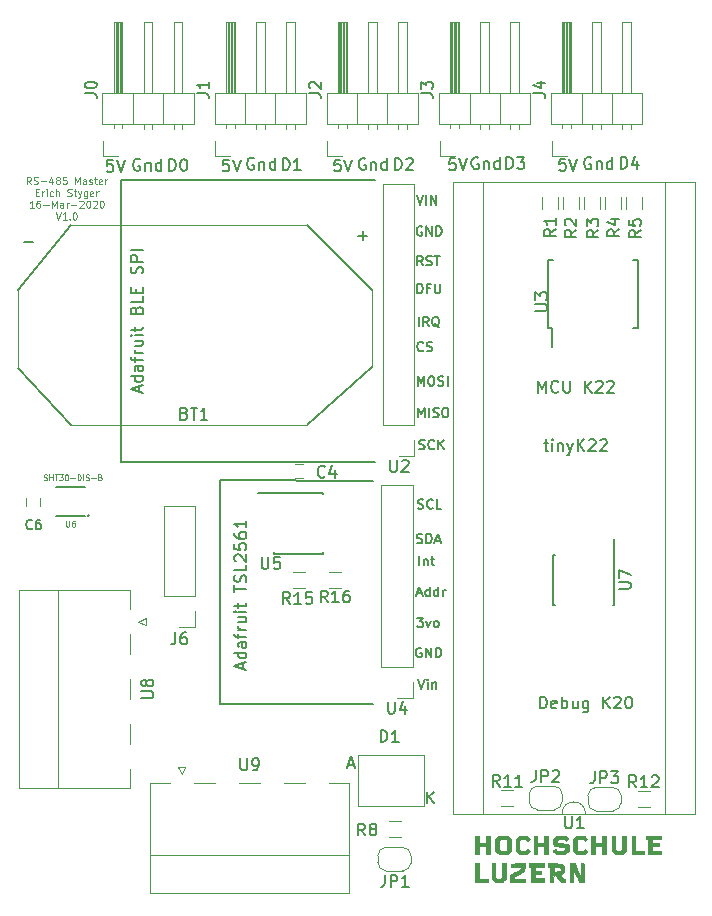
<source format=gbr>
G04 #@! TF.GenerationSoftware,KiCad,Pcbnew,(5.1.5)-3*
G04 #@! TF.CreationDate,2020-05-16T13:49:30+02:00*
G04 #@! TF.ProjectId,StepperClockMasterTinyK22,53746570-7065-4724-936c-6f636b4d6173,rev?*
G04 #@! TF.SameCoordinates,Original*
G04 #@! TF.FileFunction,Legend,Top*
G04 #@! TF.FilePolarity,Positive*
%FSLAX46Y46*%
G04 Gerber Fmt 4.6, Leading zero omitted, Abs format (unit mm)*
G04 Created by KiCad (PCBNEW (5.1.5)-3) date 2020-05-16 13:49:30*
%MOMM*%
%LPD*%
G04 APERTURE LIST*
%ADD10C,0.150000*%
%ADD11C,0.100000*%
%ADD12C,0.120000*%
%ADD13C,0.127000*%
%ADD14C,0.010000*%
%ADD15C,0.050000*%
G04 APERTURE END LIST*
D10*
X146061904Y-86262380D02*
X146061904Y-85262380D01*
X146300000Y-85262380D01*
X146442857Y-85310000D01*
X146538095Y-85405238D01*
X146585714Y-85500476D01*
X146633333Y-85690952D01*
X146633333Y-85833809D01*
X146585714Y-86024285D01*
X146538095Y-86119523D01*
X146442857Y-86214761D01*
X146300000Y-86262380D01*
X146061904Y-86262380D01*
X147490476Y-85595714D02*
X147490476Y-86262380D01*
X147252380Y-85214761D02*
X147014285Y-85929047D01*
X147633333Y-85929047D01*
X136401904Y-86292380D02*
X136401904Y-85292380D01*
X136640000Y-85292380D01*
X136782857Y-85340000D01*
X136878095Y-85435238D01*
X136925714Y-85530476D01*
X136973333Y-85720952D01*
X136973333Y-85863809D01*
X136925714Y-86054285D01*
X136878095Y-86149523D01*
X136782857Y-86244761D01*
X136640000Y-86292380D01*
X136401904Y-86292380D01*
X137306666Y-85292380D02*
X137925714Y-85292380D01*
X137592380Y-85673333D01*
X137735238Y-85673333D01*
X137830476Y-85720952D01*
X137878095Y-85768571D01*
X137925714Y-85863809D01*
X137925714Y-86101904D01*
X137878095Y-86197142D01*
X137830476Y-86244761D01*
X137735238Y-86292380D01*
X137449523Y-86292380D01*
X137354285Y-86244761D01*
X137306666Y-86197142D01*
X126961904Y-86382380D02*
X126961904Y-85382380D01*
X127200000Y-85382380D01*
X127342857Y-85430000D01*
X127438095Y-85525238D01*
X127485714Y-85620476D01*
X127533333Y-85810952D01*
X127533333Y-85953809D01*
X127485714Y-86144285D01*
X127438095Y-86239523D01*
X127342857Y-86334761D01*
X127200000Y-86382380D01*
X126961904Y-86382380D01*
X127914285Y-85477619D02*
X127961904Y-85430000D01*
X128057142Y-85382380D01*
X128295238Y-85382380D01*
X128390476Y-85430000D01*
X128438095Y-85477619D01*
X128485714Y-85572857D01*
X128485714Y-85668095D01*
X128438095Y-85810952D01*
X127866666Y-86382380D01*
X128485714Y-86382380D01*
X117461904Y-86412380D02*
X117461904Y-85412380D01*
X117700000Y-85412380D01*
X117842857Y-85460000D01*
X117938095Y-85555238D01*
X117985714Y-85650476D01*
X118033333Y-85840952D01*
X118033333Y-85983809D01*
X117985714Y-86174285D01*
X117938095Y-86269523D01*
X117842857Y-86364761D01*
X117700000Y-86412380D01*
X117461904Y-86412380D01*
X118985714Y-86412380D02*
X118414285Y-86412380D01*
X118700000Y-86412380D02*
X118700000Y-85412380D01*
X118604761Y-85555238D01*
X118509523Y-85650476D01*
X118414285Y-85698095D01*
X143547142Y-85360000D02*
X143451904Y-85312380D01*
X143309047Y-85312380D01*
X143166190Y-85360000D01*
X143070952Y-85455238D01*
X143023333Y-85550476D01*
X142975714Y-85740952D01*
X142975714Y-85883809D01*
X143023333Y-86074285D01*
X143070952Y-86169523D01*
X143166190Y-86264761D01*
X143309047Y-86312380D01*
X143404285Y-86312380D01*
X143547142Y-86264761D01*
X143594761Y-86217142D01*
X143594761Y-85883809D01*
X143404285Y-85883809D01*
X144023333Y-85645714D02*
X144023333Y-86312380D01*
X144023333Y-85740952D02*
X144070952Y-85693333D01*
X144166190Y-85645714D01*
X144309047Y-85645714D01*
X144404285Y-85693333D01*
X144451904Y-85788571D01*
X144451904Y-86312380D01*
X145356666Y-86312380D02*
X145356666Y-85312380D01*
X145356666Y-86264761D02*
X145261428Y-86312380D01*
X145070952Y-86312380D01*
X144975714Y-86264761D01*
X144928095Y-86217142D01*
X144880476Y-86121904D01*
X144880476Y-85836190D01*
X144928095Y-85740952D01*
X144975714Y-85693333D01*
X145070952Y-85645714D01*
X145261428Y-85645714D01*
X145356666Y-85693333D01*
X134007142Y-85360000D02*
X133911904Y-85312380D01*
X133769047Y-85312380D01*
X133626190Y-85360000D01*
X133530952Y-85455238D01*
X133483333Y-85550476D01*
X133435714Y-85740952D01*
X133435714Y-85883809D01*
X133483333Y-86074285D01*
X133530952Y-86169523D01*
X133626190Y-86264761D01*
X133769047Y-86312380D01*
X133864285Y-86312380D01*
X134007142Y-86264761D01*
X134054761Y-86217142D01*
X134054761Y-85883809D01*
X133864285Y-85883809D01*
X134483333Y-85645714D02*
X134483333Y-86312380D01*
X134483333Y-85740952D02*
X134530952Y-85693333D01*
X134626190Y-85645714D01*
X134769047Y-85645714D01*
X134864285Y-85693333D01*
X134911904Y-85788571D01*
X134911904Y-86312380D01*
X135816666Y-86312380D02*
X135816666Y-85312380D01*
X135816666Y-86264761D02*
X135721428Y-86312380D01*
X135530952Y-86312380D01*
X135435714Y-86264761D01*
X135388095Y-86217142D01*
X135340476Y-86121904D01*
X135340476Y-85836190D01*
X135388095Y-85740952D01*
X135435714Y-85693333D01*
X135530952Y-85645714D01*
X135721428Y-85645714D01*
X135816666Y-85693333D01*
X124447142Y-85430000D02*
X124351904Y-85382380D01*
X124209047Y-85382380D01*
X124066190Y-85430000D01*
X123970952Y-85525238D01*
X123923333Y-85620476D01*
X123875714Y-85810952D01*
X123875714Y-85953809D01*
X123923333Y-86144285D01*
X123970952Y-86239523D01*
X124066190Y-86334761D01*
X124209047Y-86382380D01*
X124304285Y-86382380D01*
X124447142Y-86334761D01*
X124494761Y-86287142D01*
X124494761Y-85953809D01*
X124304285Y-85953809D01*
X124923333Y-85715714D02*
X124923333Y-86382380D01*
X124923333Y-85810952D02*
X124970952Y-85763333D01*
X125066190Y-85715714D01*
X125209047Y-85715714D01*
X125304285Y-85763333D01*
X125351904Y-85858571D01*
X125351904Y-86382380D01*
X126256666Y-86382380D02*
X126256666Y-85382380D01*
X126256666Y-86334761D02*
X126161428Y-86382380D01*
X125970952Y-86382380D01*
X125875714Y-86334761D01*
X125828095Y-86287142D01*
X125780476Y-86191904D01*
X125780476Y-85906190D01*
X125828095Y-85810952D01*
X125875714Y-85763333D01*
X125970952Y-85715714D01*
X126161428Y-85715714D01*
X126256666Y-85763333D01*
X115007142Y-85400000D02*
X114911904Y-85352380D01*
X114769047Y-85352380D01*
X114626190Y-85400000D01*
X114530952Y-85495238D01*
X114483333Y-85590476D01*
X114435714Y-85780952D01*
X114435714Y-85923809D01*
X114483333Y-86114285D01*
X114530952Y-86209523D01*
X114626190Y-86304761D01*
X114769047Y-86352380D01*
X114864285Y-86352380D01*
X115007142Y-86304761D01*
X115054761Y-86257142D01*
X115054761Y-85923809D01*
X114864285Y-85923809D01*
X115483333Y-85685714D02*
X115483333Y-86352380D01*
X115483333Y-85780952D02*
X115530952Y-85733333D01*
X115626190Y-85685714D01*
X115769047Y-85685714D01*
X115864285Y-85733333D01*
X115911904Y-85828571D01*
X115911904Y-86352380D01*
X116816666Y-86352380D02*
X116816666Y-85352380D01*
X116816666Y-86304761D02*
X116721428Y-86352380D01*
X116530952Y-86352380D01*
X116435714Y-86304761D01*
X116388095Y-86257142D01*
X116340476Y-86161904D01*
X116340476Y-85876190D01*
X116388095Y-85780952D01*
X116435714Y-85733333D01*
X116530952Y-85685714D01*
X116721428Y-85685714D01*
X116816666Y-85733333D01*
X141379523Y-85442380D02*
X140903333Y-85442380D01*
X140855714Y-85918571D01*
X140903333Y-85870952D01*
X140998571Y-85823333D01*
X141236666Y-85823333D01*
X141331904Y-85870952D01*
X141379523Y-85918571D01*
X141427142Y-86013809D01*
X141427142Y-86251904D01*
X141379523Y-86347142D01*
X141331904Y-86394761D01*
X141236666Y-86442380D01*
X140998571Y-86442380D01*
X140903333Y-86394761D01*
X140855714Y-86347142D01*
X141712857Y-85442380D02*
X142046190Y-86442380D01*
X142379523Y-85442380D01*
X132069523Y-85412380D02*
X131593333Y-85412380D01*
X131545714Y-85888571D01*
X131593333Y-85840952D01*
X131688571Y-85793333D01*
X131926666Y-85793333D01*
X132021904Y-85840952D01*
X132069523Y-85888571D01*
X132117142Y-85983809D01*
X132117142Y-86221904D01*
X132069523Y-86317142D01*
X132021904Y-86364761D01*
X131926666Y-86412380D01*
X131688571Y-86412380D01*
X131593333Y-86364761D01*
X131545714Y-86317142D01*
X132402857Y-85412380D02*
X132736190Y-86412380D01*
X133069523Y-85412380D01*
X122319523Y-85502380D02*
X121843333Y-85502380D01*
X121795714Y-85978571D01*
X121843333Y-85930952D01*
X121938571Y-85883333D01*
X122176666Y-85883333D01*
X122271904Y-85930952D01*
X122319523Y-85978571D01*
X122367142Y-86073809D01*
X122367142Y-86311904D01*
X122319523Y-86407142D01*
X122271904Y-86454761D01*
X122176666Y-86502380D01*
X121938571Y-86502380D01*
X121843333Y-86454761D01*
X121795714Y-86407142D01*
X122652857Y-85502380D02*
X122986190Y-86502380D01*
X123319523Y-85502380D01*
X112889523Y-85502380D02*
X112413333Y-85502380D01*
X112365714Y-85978571D01*
X112413333Y-85930952D01*
X112508571Y-85883333D01*
X112746666Y-85883333D01*
X112841904Y-85930952D01*
X112889523Y-85978571D01*
X112937142Y-86073809D01*
X112937142Y-86311904D01*
X112889523Y-86407142D01*
X112841904Y-86454761D01*
X112746666Y-86502380D01*
X112508571Y-86502380D01*
X112413333Y-86454761D01*
X112365714Y-86407142D01*
X113222857Y-85502380D02*
X113556190Y-86502380D01*
X113889523Y-85502380D01*
X107841904Y-86472380D02*
X107841904Y-85472380D01*
X108080000Y-85472380D01*
X108222857Y-85520000D01*
X108318095Y-85615238D01*
X108365714Y-85710476D01*
X108413333Y-85900952D01*
X108413333Y-86043809D01*
X108365714Y-86234285D01*
X108318095Y-86329523D01*
X108222857Y-86424761D01*
X108080000Y-86472380D01*
X107841904Y-86472380D01*
X109032380Y-85472380D02*
X109127619Y-85472380D01*
X109222857Y-85520000D01*
X109270476Y-85567619D01*
X109318095Y-85662857D01*
X109365714Y-85853333D01*
X109365714Y-86091428D01*
X109318095Y-86281904D01*
X109270476Y-86377142D01*
X109222857Y-86424761D01*
X109127619Y-86472380D01*
X109032380Y-86472380D01*
X108937142Y-86424761D01*
X108889523Y-86377142D01*
X108841904Y-86281904D01*
X108794285Y-86091428D01*
X108794285Y-85853333D01*
X108841904Y-85662857D01*
X108889523Y-85567619D01*
X108937142Y-85520000D01*
X109032380Y-85472380D01*
X105357142Y-85490000D02*
X105261904Y-85442380D01*
X105119047Y-85442380D01*
X104976190Y-85490000D01*
X104880952Y-85585238D01*
X104833333Y-85680476D01*
X104785714Y-85870952D01*
X104785714Y-86013809D01*
X104833333Y-86204285D01*
X104880952Y-86299523D01*
X104976190Y-86394761D01*
X105119047Y-86442380D01*
X105214285Y-86442380D01*
X105357142Y-86394761D01*
X105404761Y-86347142D01*
X105404761Y-86013809D01*
X105214285Y-86013809D01*
X105833333Y-85775714D02*
X105833333Y-86442380D01*
X105833333Y-85870952D02*
X105880952Y-85823333D01*
X105976190Y-85775714D01*
X106119047Y-85775714D01*
X106214285Y-85823333D01*
X106261904Y-85918571D01*
X106261904Y-86442380D01*
X107166666Y-86442380D02*
X107166666Y-85442380D01*
X107166666Y-86394761D02*
X107071428Y-86442380D01*
X106880952Y-86442380D01*
X106785714Y-86394761D01*
X106738095Y-86347142D01*
X106690476Y-86251904D01*
X106690476Y-85966190D01*
X106738095Y-85870952D01*
X106785714Y-85823333D01*
X106880952Y-85775714D01*
X107071428Y-85775714D01*
X107166666Y-85823333D01*
X103079523Y-85532380D02*
X102603333Y-85532380D01*
X102555714Y-86008571D01*
X102603333Y-85960952D01*
X102698571Y-85913333D01*
X102936666Y-85913333D01*
X103031904Y-85960952D01*
X103079523Y-86008571D01*
X103127142Y-86103809D01*
X103127142Y-86341904D01*
X103079523Y-86437142D01*
X103031904Y-86484761D01*
X102936666Y-86532380D01*
X102698571Y-86532380D01*
X102603333Y-86484761D01*
X102555714Y-86437142D01*
X103412857Y-85532380D02*
X103746190Y-86532380D01*
X104079523Y-85532380D01*
D11*
X96131428Y-87581428D02*
X95931428Y-87295714D01*
X95788571Y-87581428D02*
X95788571Y-86981428D01*
X96017142Y-86981428D01*
X96074285Y-87010000D01*
X96102857Y-87038571D01*
X96131428Y-87095714D01*
X96131428Y-87181428D01*
X96102857Y-87238571D01*
X96074285Y-87267142D01*
X96017142Y-87295714D01*
X95788571Y-87295714D01*
X96360000Y-87552857D02*
X96445714Y-87581428D01*
X96588571Y-87581428D01*
X96645714Y-87552857D01*
X96674285Y-87524285D01*
X96702857Y-87467142D01*
X96702857Y-87410000D01*
X96674285Y-87352857D01*
X96645714Y-87324285D01*
X96588571Y-87295714D01*
X96474285Y-87267142D01*
X96417142Y-87238571D01*
X96388571Y-87210000D01*
X96360000Y-87152857D01*
X96360000Y-87095714D01*
X96388571Y-87038571D01*
X96417142Y-87010000D01*
X96474285Y-86981428D01*
X96617142Y-86981428D01*
X96702857Y-87010000D01*
X96960000Y-87352857D02*
X97417142Y-87352857D01*
X97960000Y-87181428D02*
X97960000Y-87581428D01*
X97817142Y-86952857D02*
X97674285Y-87381428D01*
X98045714Y-87381428D01*
X98360000Y-87238571D02*
X98302857Y-87210000D01*
X98274285Y-87181428D01*
X98245714Y-87124285D01*
X98245714Y-87095714D01*
X98274285Y-87038571D01*
X98302857Y-87010000D01*
X98360000Y-86981428D01*
X98474285Y-86981428D01*
X98531428Y-87010000D01*
X98560000Y-87038571D01*
X98588571Y-87095714D01*
X98588571Y-87124285D01*
X98560000Y-87181428D01*
X98531428Y-87210000D01*
X98474285Y-87238571D01*
X98360000Y-87238571D01*
X98302857Y-87267142D01*
X98274285Y-87295714D01*
X98245714Y-87352857D01*
X98245714Y-87467142D01*
X98274285Y-87524285D01*
X98302857Y-87552857D01*
X98360000Y-87581428D01*
X98474285Y-87581428D01*
X98531428Y-87552857D01*
X98560000Y-87524285D01*
X98588571Y-87467142D01*
X98588571Y-87352857D01*
X98560000Y-87295714D01*
X98531428Y-87267142D01*
X98474285Y-87238571D01*
X99131428Y-86981428D02*
X98845714Y-86981428D01*
X98817142Y-87267142D01*
X98845714Y-87238571D01*
X98902857Y-87210000D01*
X99045714Y-87210000D01*
X99102857Y-87238571D01*
X99131428Y-87267142D01*
X99160000Y-87324285D01*
X99160000Y-87467142D01*
X99131428Y-87524285D01*
X99102857Y-87552857D01*
X99045714Y-87581428D01*
X98902857Y-87581428D01*
X98845714Y-87552857D01*
X98817142Y-87524285D01*
X99874285Y-87581428D02*
X99874285Y-86981428D01*
X100074285Y-87410000D01*
X100274285Y-86981428D01*
X100274285Y-87581428D01*
X100817142Y-87581428D02*
X100817142Y-87267142D01*
X100788571Y-87210000D01*
X100731428Y-87181428D01*
X100617142Y-87181428D01*
X100560000Y-87210000D01*
X100817142Y-87552857D02*
X100760000Y-87581428D01*
X100617142Y-87581428D01*
X100560000Y-87552857D01*
X100531428Y-87495714D01*
X100531428Y-87438571D01*
X100560000Y-87381428D01*
X100617142Y-87352857D01*
X100760000Y-87352857D01*
X100817142Y-87324285D01*
X101074285Y-87552857D02*
X101131428Y-87581428D01*
X101245714Y-87581428D01*
X101302857Y-87552857D01*
X101331428Y-87495714D01*
X101331428Y-87467142D01*
X101302857Y-87410000D01*
X101245714Y-87381428D01*
X101160000Y-87381428D01*
X101102857Y-87352857D01*
X101074285Y-87295714D01*
X101074285Y-87267142D01*
X101102857Y-87210000D01*
X101160000Y-87181428D01*
X101245714Y-87181428D01*
X101302857Y-87210000D01*
X101502857Y-87181428D02*
X101731428Y-87181428D01*
X101588571Y-86981428D02*
X101588571Y-87495714D01*
X101617142Y-87552857D01*
X101674285Y-87581428D01*
X101731428Y-87581428D01*
X102160000Y-87552857D02*
X102102857Y-87581428D01*
X101988571Y-87581428D01*
X101931428Y-87552857D01*
X101902857Y-87495714D01*
X101902857Y-87267142D01*
X101931428Y-87210000D01*
X101988571Y-87181428D01*
X102102857Y-87181428D01*
X102160000Y-87210000D01*
X102188571Y-87267142D01*
X102188571Y-87324285D01*
X101902857Y-87381428D01*
X102445714Y-87581428D02*
X102445714Y-87181428D01*
X102445714Y-87295714D02*
X102474285Y-87238571D01*
X102502857Y-87210000D01*
X102560000Y-87181428D01*
X102617142Y-87181428D01*
X96545714Y-88267142D02*
X96745714Y-88267142D01*
X96831428Y-88581428D02*
X96545714Y-88581428D01*
X96545714Y-87981428D01*
X96831428Y-87981428D01*
X97088571Y-88581428D02*
X97088571Y-88181428D01*
X97088571Y-88295714D02*
X97117142Y-88238571D01*
X97145714Y-88210000D01*
X97202857Y-88181428D01*
X97260000Y-88181428D01*
X97460000Y-88581428D02*
X97460000Y-88181428D01*
X97460000Y-87981428D02*
X97431428Y-88010000D01*
X97460000Y-88038571D01*
X97488571Y-88010000D01*
X97460000Y-87981428D01*
X97460000Y-88038571D01*
X98002857Y-88552857D02*
X97945714Y-88581428D01*
X97831428Y-88581428D01*
X97774285Y-88552857D01*
X97745714Y-88524285D01*
X97717142Y-88467142D01*
X97717142Y-88295714D01*
X97745714Y-88238571D01*
X97774285Y-88210000D01*
X97831428Y-88181428D01*
X97945714Y-88181428D01*
X98002857Y-88210000D01*
X98260000Y-88581428D02*
X98260000Y-87981428D01*
X98517142Y-88581428D02*
X98517142Y-88267142D01*
X98488571Y-88210000D01*
X98431428Y-88181428D01*
X98345714Y-88181428D01*
X98288571Y-88210000D01*
X98260000Y-88238571D01*
X99231428Y-88552857D02*
X99317142Y-88581428D01*
X99460000Y-88581428D01*
X99517142Y-88552857D01*
X99545714Y-88524285D01*
X99574285Y-88467142D01*
X99574285Y-88410000D01*
X99545714Y-88352857D01*
X99517142Y-88324285D01*
X99460000Y-88295714D01*
X99345714Y-88267142D01*
X99288571Y-88238571D01*
X99260000Y-88210000D01*
X99231428Y-88152857D01*
X99231428Y-88095714D01*
X99260000Y-88038571D01*
X99288571Y-88010000D01*
X99345714Y-87981428D01*
X99488571Y-87981428D01*
X99574285Y-88010000D01*
X99745714Y-88181428D02*
X99974285Y-88181428D01*
X99831428Y-87981428D02*
X99831428Y-88495714D01*
X99860000Y-88552857D01*
X99917142Y-88581428D01*
X99974285Y-88581428D01*
X100117142Y-88181428D02*
X100260000Y-88581428D01*
X100402857Y-88181428D02*
X100260000Y-88581428D01*
X100202857Y-88724285D01*
X100174285Y-88752857D01*
X100117142Y-88781428D01*
X100888571Y-88181428D02*
X100888571Y-88667142D01*
X100860000Y-88724285D01*
X100831428Y-88752857D01*
X100774285Y-88781428D01*
X100688571Y-88781428D01*
X100631428Y-88752857D01*
X100888571Y-88552857D02*
X100831428Y-88581428D01*
X100717142Y-88581428D01*
X100660000Y-88552857D01*
X100631428Y-88524285D01*
X100602857Y-88467142D01*
X100602857Y-88295714D01*
X100631428Y-88238571D01*
X100660000Y-88210000D01*
X100717142Y-88181428D01*
X100831428Y-88181428D01*
X100888571Y-88210000D01*
X101402857Y-88552857D02*
X101345714Y-88581428D01*
X101231428Y-88581428D01*
X101174285Y-88552857D01*
X101145714Y-88495714D01*
X101145714Y-88267142D01*
X101174285Y-88210000D01*
X101231428Y-88181428D01*
X101345714Y-88181428D01*
X101402857Y-88210000D01*
X101431428Y-88267142D01*
X101431428Y-88324285D01*
X101145714Y-88381428D01*
X101688571Y-88581428D02*
X101688571Y-88181428D01*
X101688571Y-88295714D02*
X101717142Y-88238571D01*
X101745714Y-88210000D01*
X101802857Y-88181428D01*
X101860000Y-88181428D01*
X96360000Y-89581428D02*
X96017142Y-89581428D01*
X96188571Y-89581428D02*
X96188571Y-88981428D01*
X96131428Y-89067142D01*
X96074285Y-89124285D01*
X96017142Y-89152857D01*
X96874285Y-88981428D02*
X96760000Y-88981428D01*
X96702857Y-89010000D01*
X96674285Y-89038571D01*
X96617142Y-89124285D01*
X96588571Y-89238571D01*
X96588571Y-89467142D01*
X96617142Y-89524285D01*
X96645714Y-89552857D01*
X96702857Y-89581428D01*
X96817142Y-89581428D01*
X96874285Y-89552857D01*
X96902857Y-89524285D01*
X96931428Y-89467142D01*
X96931428Y-89324285D01*
X96902857Y-89267142D01*
X96874285Y-89238571D01*
X96817142Y-89210000D01*
X96702857Y-89210000D01*
X96645714Y-89238571D01*
X96617142Y-89267142D01*
X96588571Y-89324285D01*
X97188571Y-89352857D02*
X97645714Y-89352857D01*
X97931428Y-89581428D02*
X97931428Y-88981428D01*
X98131428Y-89410000D01*
X98331428Y-88981428D01*
X98331428Y-89581428D01*
X98874285Y-89581428D02*
X98874285Y-89267142D01*
X98845714Y-89210000D01*
X98788571Y-89181428D01*
X98674285Y-89181428D01*
X98617142Y-89210000D01*
X98874285Y-89552857D02*
X98817142Y-89581428D01*
X98674285Y-89581428D01*
X98617142Y-89552857D01*
X98588571Y-89495714D01*
X98588571Y-89438571D01*
X98617142Y-89381428D01*
X98674285Y-89352857D01*
X98817142Y-89352857D01*
X98874285Y-89324285D01*
X99160000Y-89581428D02*
X99160000Y-89181428D01*
X99160000Y-89295714D02*
X99188571Y-89238571D01*
X99217142Y-89210000D01*
X99274285Y-89181428D01*
X99331428Y-89181428D01*
X99531428Y-89352857D02*
X99988571Y-89352857D01*
X100245714Y-89038571D02*
X100274285Y-89010000D01*
X100331428Y-88981428D01*
X100474285Y-88981428D01*
X100531428Y-89010000D01*
X100560000Y-89038571D01*
X100588571Y-89095714D01*
X100588571Y-89152857D01*
X100560000Y-89238571D01*
X100217142Y-89581428D01*
X100588571Y-89581428D01*
X100960000Y-88981428D02*
X101017142Y-88981428D01*
X101074285Y-89010000D01*
X101102857Y-89038571D01*
X101131428Y-89095714D01*
X101160000Y-89210000D01*
X101160000Y-89352857D01*
X101131428Y-89467142D01*
X101102857Y-89524285D01*
X101074285Y-89552857D01*
X101017142Y-89581428D01*
X100960000Y-89581428D01*
X100902857Y-89552857D01*
X100874285Y-89524285D01*
X100845714Y-89467142D01*
X100817142Y-89352857D01*
X100817142Y-89210000D01*
X100845714Y-89095714D01*
X100874285Y-89038571D01*
X100902857Y-89010000D01*
X100960000Y-88981428D01*
X101388571Y-89038571D02*
X101417142Y-89010000D01*
X101474285Y-88981428D01*
X101617142Y-88981428D01*
X101674285Y-89010000D01*
X101702857Y-89038571D01*
X101731428Y-89095714D01*
X101731428Y-89152857D01*
X101702857Y-89238571D01*
X101360000Y-89581428D01*
X101731428Y-89581428D01*
X102102857Y-88981428D02*
X102160000Y-88981428D01*
X102217142Y-89010000D01*
X102245714Y-89038571D01*
X102274285Y-89095714D01*
X102302857Y-89210000D01*
X102302857Y-89352857D01*
X102274285Y-89467142D01*
X102245714Y-89524285D01*
X102217142Y-89552857D01*
X102160000Y-89581428D01*
X102102857Y-89581428D01*
X102045714Y-89552857D01*
X102017142Y-89524285D01*
X101988571Y-89467142D01*
X101960000Y-89352857D01*
X101960000Y-89210000D01*
X101988571Y-89095714D01*
X102017142Y-89038571D01*
X102045714Y-89010000D01*
X102102857Y-88981428D01*
X98245714Y-89981428D02*
X98445714Y-90581428D01*
X98645714Y-89981428D01*
X99160000Y-90581428D02*
X98817142Y-90581428D01*
X98988571Y-90581428D02*
X98988571Y-89981428D01*
X98931428Y-90067142D01*
X98874285Y-90124285D01*
X98817142Y-90152857D01*
X99417142Y-90524285D02*
X99445714Y-90552857D01*
X99417142Y-90581428D01*
X99388571Y-90552857D01*
X99417142Y-90524285D01*
X99417142Y-90581428D01*
X99817142Y-89981428D02*
X99874285Y-89981428D01*
X99931428Y-90010000D01*
X99960000Y-90038571D01*
X99988571Y-90095714D01*
X100017142Y-90210000D01*
X100017142Y-90352857D01*
X99988571Y-90467142D01*
X99960000Y-90524285D01*
X99931428Y-90552857D01*
X99874285Y-90581428D01*
X99817142Y-90581428D01*
X99760000Y-90552857D01*
X99731428Y-90524285D01*
X99702857Y-90467142D01*
X99674285Y-90352857D01*
X99674285Y-90210000D01*
X99702857Y-90095714D01*
X99731428Y-90038571D01*
X99760000Y-90010000D01*
X99817142Y-89981428D01*
X129404000Y-140209000D02*
X129404000Y-135891000D01*
X129404000Y-135891000D02*
X123816000Y-135891000D01*
X123816000Y-135891000D02*
X123816000Y-140209000D01*
X123816000Y-140209000D02*
X129404000Y-140209000D01*
D12*
X144000000Y-138650000D02*
X145400000Y-138650000D01*
X146100000Y-139350000D02*
X146100000Y-139950000D01*
X145400000Y-140650000D02*
X144000000Y-140650000D01*
X143300000Y-139950000D02*
X143300000Y-139350000D01*
X143300000Y-139350000D02*
G75*
G02X144000000Y-138650000I700000J0D01*
G01*
X144000000Y-140650000D02*
G75*
G02X143300000Y-139950000I0J700000D01*
G01*
X146100000Y-139950000D02*
G75*
G02X145400000Y-140650000I-700000J0D01*
G01*
X145400000Y-138650000D02*
G75*
G02X146100000Y-139350000I0J-700000D01*
G01*
X139020000Y-138550000D02*
X140420000Y-138550000D01*
X141120000Y-139250000D02*
X141120000Y-139850000D01*
X140420000Y-140550000D02*
X139020000Y-140550000D01*
X138320000Y-139850000D02*
X138320000Y-139250000D01*
X138320000Y-139250000D02*
G75*
G02X139020000Y-138550000I700000J0D01*
G01*
X139020000Y-140550000D02*
G75*
G02X138320000Y-139850000I0J700000D01*
G01*
X141120000Y-139850000D02*
G75*
G02X140420000Y-140550000I-700000J0D01*
G01*
X140420000Y-138550000D02*
G75*
G02X141120000Y-139250000I0J-700000D01*
G01*
X126210000Y-143730000D02*
X127610000Y-143730000D01*
X128310000Y-144430000D02*
X128310000Y-145030000D01*
X127610000Y-145730000D02*
X126210000Y-145730000D01*
X125510000Y-145030000D02*
X125510000Y-144430000D01*
X125510000Y-144430000D02*
G75*
G02X126210000Y-143730000I700000J0D01*
G01*
X126210000Y-145730000D02*
G75*
G02X125510000Y-145030000I0J700000D01*
G01*
X128310000Y-145030000D02*
G75*
G02X127610000Y-145730000I-700000J0D01*
G01*
X127610000Y-143730000D02*
G75*
G02X128310000Y-144430000I0J-700000D01*
G01*
X142950000Y-89710000D02*
X142950000Y-88710000D01*
X144310000Y-88710000D02*
X144310000Y-89710000D01*
X105840000Y-124320000D02*
X105840000Y-124920000D01*
X105240000Y-124620000D02*
X105840000Y-124320000D01*
X105840000Y-124920000D02*
X105240000Y-124620000D01*
X98440000Y-121940000D02*
X98440000Y-138730000D01*
X104520000Y-133290000D02*
X104520000Y-135000000D01*
X104520000Y-129480000D02*
X104520000Y-131190000D01*
X104520000Y-125670000D02*
X104520000Y-127380000D01*
X104520000Y-138730000D02*
X104520000Y-137100000D01*
X104520000Y-121940000D02*
X104520000Y-123570000D01*
X95160000Y-138730000D02*
X104520000Y-138730000D01*
X95160000Y-121940000D02*
X95160000Y-138730000D01*
X104520000Y-121940000D02*
X95160000Y-121940000D01*
X108620000Y-136960000D02*
X109220000Y-136960000D01*
X108920000Y-137560000D02*
X108620000Y-136960000D01*
X109220000Y-136960000D02*
X108920000Y-137560000D01*
X106240000Y-144360000D02*
X123030000Y-144360000D01*
X117590000Y-138280000D02*
X119300000Y-138280000D01*
X113780000Y-138280000D02*
X115490000Y-138280000D01*
X109970000Y-138280000D02*
X111680000Y-138280000D01*
X123030000Y-138280000D02*
X121400000Y-138280000D01*
X106240000Y-138280000D02*
X107870000Y-138280000D01*
X123030000Y-147640000D02*
X123030000Y-138280000D01*
X106240000Y-147640000D02*
X123030000Y-147640000D01*
X106240000Y-138280000D02*
X106240000Y-147640000D01*
X131940000Y-140950000D02*
X152320000Y-140950000D01*
X131880000Y-87370000D02*
X131880000Y-140950000D01*
X152320000Y-87370000D02*
X131940000Y-87370000D01*
X152320000Y-140950000D02*
X152320000Y-87370000D01*
X136910000Y-140890000D02*
X142370000Y-140890000D01*
X134420000Y-87490000D02*
X134420000Y-140950000D01*
X149830000Y-87430000D02*
X136910000Y-87430000D01*
X149830000Y-140890000D02*
X149830000Y-87430000D01*
X144370000Y-140890000D02*
X149830000Y-140890000D01*
X141100000Y-140890000D02*
G75*
G02X143100000Y-140890000I1000000J0D01*
G01*
X148520000Y-140330000D02*
X147520000Y-140330000D01*
X147520000Y-138970000D02*
X148520000Y-138970000D01*
X136970000Y-140270000D02*
X135970000Y-140270000D01*
X135970000Y-138910000D02*
X136970000Y-138910000D01*
D10*
X112130000Y-112620000D02*
X125130000Y-112720000D01*
X112130000Y-131620000D02*
X112130000Y-112720000D01*
X125130000Y-131620000D02*
X112130000Y-131620000D01*
D12*
X128460000Y-113020000D02*
X125800000Y-113020000D01*
X128460000Y-128450000D02*
X128460000Y-113020000D01*
X125800000Y-128450000D02*
X125800000Y-113020000D01*
X128460000Y-128450000D02*
X125800000Y-128450000D01*
X128460000Y-129720000D02*
X128460000Y-131050000D01*
X128460000Y-131050000D02*
X127130000Y-131050000D01*
D13*
X100740000Y-113200000D02*
X98240000Y-113200000D01*
X98240000Y-115700000D02*
X100740000Y-115700000D01*
D11*
X101090000Y-115650000D02*
G75*
G03X101090000Y-115650000I-100000J0D01*
G01*
D10*
X103760000Y-87230000D02*
X125260000Y-87230000D01*
X103760000Y-111130000D02*
X103760000Y-87230000D01*
X125260000Y-111130000D02*
X103760000Y-111130000D01*
D12*
X128590000Y-87580000D02*
X125930000Y-87580000D01*
X128590000Y-107960000D02*
X128590000Y-87580000D01*
X125930000Y-107960000D02*
X125930000Y-87580000D01*
X128590000Y-107960000D02*
X125930000Y-107960000D01*
X128590000Y-109230000D02*
X128590000Y-110560000D01*
X128590000Y-110560000D02*
X127260000Y-110560000D01*
D10*
X145525000Y-119025000D02*
X145475000Y-119025000D01*
X145525000Y-123175000D02*
X145380000Y-123175000D01*
X140375000Y-123175000D02*
X140520000Y-123175000D01*
X140375000Y-119025000D02*
X140520000Y-119025000D01*
X145525000Y-119025000D02*
X145525000Y-123175000D01*
X140375000Y-119025000D02*
X140375000Y-123175000D01*
X145475000Y-119025000D02*
X145475000Y-117625000D01*
X116755000Y-113715000D02*
X116755000Y-113765000D01*
X120905000Y-113715000D02*
X120905000Y-113860000D01*
X120905000Y-118865000D02*
X120905000Y-118720000D01*
X116755000Y-118865000D02*
X116755000Y-118720000D01*
X116755000Y-113715000D02*
X120905000Y-113715000D01*
X116755000Y-118865000D02*
X120905000Y-118865000D01*
X116755000Y-113765000D02*
X115355000Y-113765000D01*
X139885000Y-99735000D02*
X140235000Y-99735000D01*
X139885000Y-93985000D02*
X140335000Y-93985000D01*
X147535000Y-93985000D02*
X147085000Y-93985000D01*
X147535000Y-99735000D02*
X147085000Y-99735000D01*
X139885000Y-99735000D02*
X139885000Y-93985000D01*
X147535000Y-99735000D02*
X147535000Y-93985000D01*
X140235000Y-99735000D02*
X140235000Y-101335000D01*
D12*
X126450000Y-141490000D02*
X127450000Y-141490000D01*
X127450000Y-142850000D02*
X126450000Y-142850000D01*
X146550000Y-89710000D02*
X146550000Y-88710000D01*
X147910000Y-88710000D02*
X147910000Y-89710000D01*
X121390000Y-120410000D02*
X122390000Y-120410000D01*
X122390000Y-121770000D02*
X121390000Y-121770000D01*
X119300000Y-121820000D02*
X118300000Y-121820000D01*
X118300000Y-120460000D02*
X119300000Y-120460000D01*
X144760000Y-89700000D02*
X144760000Y-88700000D01*
X146120000Y-88700000D02*
X146120000Y-89700000D01*
X141170000Y-89710000D02*
X141170000Y-88710000D01*
X142530000Y-88710000D02*
X142530000Y-89710000D01*
X139370000Y-89700000D02*
X139370000Y-88700000D01*
X140730000Y-88700000D02*
X140730000Y-89700000D01*
D14*
G36*
X135434727Y-145670753D02*
G01*
X135434879Y-145849351D01*
X135435646Y-145987753D01*
X135437497Y-146091943D01*
X135440898Y-146167907D01*
X135446318Y-146221629D01*
X135454224Y-146259095D01*
X135465085Y-146286289D01*
X135479367Y-146309198D01*
X135485251Y-146317299D01*
X135511630Y-146350116D01*
X135538949Y-146370280D01*
X135578579Y-146380869D01*
X135641893Y-146384962D01*
X135737679Y-146385636D01*
X135835167Y-146384915D01*
X135897724Y-146380735D01*
X135936598Y-146370076D01*
X135963037Y-146349916D01*
X135987337Y-146318572D01*
X136002088Y-146295589D01*
X136013448Y-146269267D01*
X136021858Y-146233637D01*
X136027758Y-146182729D01*
X136031591Y-146110575D01*
X136033796Y-146011203D01*
X136034814Y-145878645D01*
X136035087Y-145706932D01*
X136035091Y-145672026D01*
X136035091Y-145092545D01*
X136335273Y-145092545D01*
X136335273Y-146379508D01*
X136207410Y-146510472D01*
X136138611Y-146576267D01*
X136074122Y-146629976D01*
X136026366Y-146661382D01*
X136021179Y-146663627D01*
X135974496Y-146672320D01*
X135894816Y-146678665D01*
X135795213Y-146682520D01*
X135688763Y-146683743D01*
X135588542Y-146682192D01*
X135507624Y-146677723D01*
X135459086Y-146670195D01*
X135457818Y-146669762D01*
X135426265Y-146648668D01*
X135372059Y-146603140D01*
X135305011Y-146541589D01*
X135278864Y-146516389D01*
X135134545Y-146375425D01*
X135134545Y-145092545D01*
X135434727Y-145092545D01*
X135434727Y-145670753D01*
G37*
X135434727Y-145670753D02*
X135434879Y-145849351D01*
X135435646Y-145987753D01*
X135437497Y-146091943D01*
X135440898Y-146167907D01*
X135446318Y-146221629D01*
X135454224Y-146259095D01*
X135465085Y-146286289D01*
X135479367Y-146309198D01*
X135485251Y-146317299D01*
X135511630Y-146350116D01*
X135538949Y-146370280D01*
X135578579Y-146380869D01*
X135641893Y-146384962D01*
X135737679Y-146385636D01*
X135835167Y-146384915D01*
X135897724Y-146380735D01*
X135936598Y-146370076D01*
X135963037Y-146349916D01*
X135987337Y-146318572D01*
X136002088Y-146295589D01*
X136013448Y-146269267D01*
X136021858Y-146233637D01*
X136027758Y-146182729D01*
X136031591Y-146110575D01*
X136033796Y-146011203D01*
X136034814Y-145878645D01*
X136035087Y-145706932D01*
X136035091Y-145672026D01*
X136035091Y-145092545D01*
X136335273Y-145092545D01*
X136335273Y-146379508D01*
X136207410Y-146510472D01*
X136138611Y-146576267D01*
X136074122Y-146629976D01*
X136026366Y-146661382D01*
X136021179Y-146663627D01*
X135974496Y-146672320D01*
X135894816Y-146678665D01*
X135795213Y-146682520D01*
X135688763Y-146683743D01*
X135588542Y-146682192D01*
X135507624Y-146677723D01*
X135459086Y-146670195D01*
X135457818Y-146669762D01*
X135426265Y-146648668D01*
X135372059Y-146603140D01*
X135305011Y-146541589D01*
X135278864Y-146516389D01*
X135134545Y-146375425D01*
X135134545Y-145092545D01*
X135434727Y-145092545D01*
X135434727Y-145670753D01*
G36*
X137928545Y-145375647D02*
G01*
X137927059Y-145506850D01*
X137922047Y-145599778D01*
X137912676Y-145662259D01*
X137898117Y-145702121D01*
X137893008Y-145710279D01*
X137862605Y-145736734D01*
X137798386Y-145781121D01*
X137707047Y-145839206D01*
X137595287Y-145906756D01*
X137469804Y-145979538D01*
X137442735Y-145994866D01*
X137303739Y-146073442D01*
X137199886Y-146133254D01*
X137126054Y-146178158D01*
X137077124Y-146212011D01*
X137047974Y-146238667D01*
X137033484Y-146261984D01*
X137028533Y-146285817D01*
X137028000Y-146307176D01*
X137028000Y-146385636D01*
X137928545Y-146385636D01*
X137928545Y-146685818D01*
X137332030Y-146685818D01*
X137170876Y-146685461D01*
X137025488Y-146684454D01*
X136902079Y-146682897D01*
X136806864Y-146680888D01*
X136746055Y-146678526D01*
X136725894Y-146676194D01*
X136722178Y-146650705D01*
X136719139Y-146588354D01*
X136717084Y-146498457D01*
X136716324Y-146390331D01*
X136716324Y-146388148D01*
X136716989Y-146269093D01*
X136719883Y-146187009D01*
X136726433Y-146132689D01*
X136738063Y-146096928D01*
X136756199Y-146070522D01*
X136767339Y-146058762D01*
X136803028Y-146031500D01*
X136871749Y-145986225D01*
X136966225Y-145927461D01*
X137079178Y-145859733D01*
X137203330Y-145787566D01*
X137206015Y-145786030D01*
X137339613Y-145709393D01*
X137438459Y-145651454D01*
X137507921Y-145608033D01*
X137553364Y-145574950D01*
X137580155Y-145548026D01*
X137593661Y-145523083D01*
X137599247Y-145495940D01*
X137600894Y-145478495D01*
X137608060Y-145392727D01*
X136748705Y-145392727D01*
X136755580Y-145248409D01*
X136762454Y-145104091D01*
X137345500Y-145097922D01*
X137928545Y-145091752D01*
X137928545Y-145375647D01*
G37*
X137928545Y-145375647D02*
X137927059Y-145506850D01*
X137922047Y-145599778D01*
X137912676Y-145662259D01*
X137898117Y-145702121D01*
X137893008Y-145710279D01*
X137862605Y-145736734D01*
X137798386Y-145781121D01*
X137707047Y-145839206D01*
X137595287Y-145906756D01*
X137469804Y-145979538D01*
X137442735Y-145994866D01*
X137303739Y-146073442D01*
X137199886Y-146133254D01*
X137126054Y-146178158D01*
X137077124Y-146212011D01*
X137047974Y-146238667D01*
X137033484Y-146261984D01*
X137028533Y-146285817D01*
X137028000Y-146307176D01*
X137028000Y-146385636D01*
X137928545Y-146385636D01*
X137928545Y-146685818D01*
X137332030Y-146685818D01*
X137170876Y-146685461D01*
X137025488Y-146684454D01*
X136902079Y-146682897D01*
X136806864Y-146680888D01*
X136746055Y-146678526D01*
X136725894Y-146676194D01*
X136722178Y-146650705D01*
X136719139Y-146588354D01*
X136717084Y-146498457D01*
X136716324Y-146390331D01*
X136716324Y-146388148D01*
X136716989Y-146269093D01*
X136719883Y-146187009D01*
X136726433Y-146132689D01*
X136738063Y-146096928D01*
X136756199Y-146070522D01*
X136767339Y-146058762D01*
X136803028Y-146031500D01*
X136871749Y-145986225D01*
X136966225Y-145927461D01*
X137079178Y-145859733D01*
X137203330Y-145787566D01*
X137206015Y-145786030D01*
X137339613Y-145709393D01*
X137438459Y-145651454D01*
X137507921Y-145608033D01*
X137553364Y-145574950D01*
X137580155Y-145548026D01*
X137593661Y-145523083D01*
X137599247Y-145495940D01*
X137600894Y-145478495D01*
X137608060Y-145392727D01*
X136748705Y-145392727D01*
X136755580Y-145248409D01*
X136762454Y-145104091D01*
X137345500Y-145097922D01*
X137928545Y-145091752D01*
X137928545Y-145375647D01*
G36*
X140462773Y-145097189D02*
G01*
X141034273Y-145104091D01*
X141155500Y-145229244D01*
X141214170Y-145292678D01*
X141257785Y-145345273D01*
X141278093Y-145376970D01*
X141278622Y-145379335D01*
X141279382Y-145412431D01*
X141279797Y-145479619D01*
X141279811Y-145568810D01*
X141279683Y-145610220D01*
X141278849Y-145816168D01*
X141168167Y-145928540D01*
X141102064Y-145988928D01*
X141038677Y-146035733D01*
X140995394Y-146057411D01*
X140933304Y-146073909D01*
X141060042Y-146229773D01*
X141123237Y-146305524D01*
X141168448Y-146351777D01*
X141205737Y-146375730D01*
X141245162Y-146384577D01*
X141277936Y-146385636D01*
X141369091Y-146385636D01*
X141369091Y-146687841D01*
X141203927Y-146681057D01*
X141038762Y-146674273D01*
X140803877Y-146374091D01*
X140716488Y-146263006D01*
X140651597Y-146183169D01*
X140603505Y-146129251D01*
X140566516Y-146095926D01*
X140534934Y-146077863D01*
X140503059Y-146069735D01*
X140475472Y-146066950D01*
X140381951Y-146059990D01*
X140379828Y-146344041D01*
X140378950Y-146455846D01*
X140378116Y-146551905D01*
X140377419Y-146622170D01*
X140376952Y-146656593D01*
X140376943Y-146656955D01*
X140357918Y-146674411D01*
X140299591Y-146683740D01*
X140226091Y-146685818D01*
X140076000Y-146685818D01*
X140076000Y-145663638D01*
X140384310Y-145663638D01*
X140387076Y-145731629D01*
X140392136Y-145768378D01*
X140393010Y-145770313D01*
X140421379Y-145779738D01*
X140484136Y-145784091D01*
X140569840Y-145783989D01*
X140667049Y-145780050D01*
X140764321Y-145772892D01*
X140850216Y-145763131D01*
X140913291Y-145751386D01*
X140939856Y-145740795D01*
X140962425Y-145698508D01*
X140975014Y-145628650D01*
X140977382Y-145548301D01*
X140969291Y-145474545D01*
X140950502Y-145424463D01*
X140944377Y-145417866D01*
X140901693Y-145404501D01*
X140814031Y-145397538D01*
X140682158Y-145397029D01*
X140649968Y-145397721D01*
X140387727Y-145404273D01*
X140384417Y-145577455D01*
X140384310Y-145663638D01*
X140076000Y-145663638D01*
X140076000Y-145392727D01*
X139891273Y-145392727D01*
X139891273Y-145090288D01*
X140462773Y-145097189D01*
G37*
X140462773Y-145097189D02*
X141034273Y-145104091D01*
X141155500Y-145229244D01*
X141214170Y-145292678D01*
X141257785Y-145345273D01*
X141278093Y-145376970D01*
X141278622Y-145379335D01*
X141279382Y-145412431D01*
X141279797Y-145479619D01*
X141279811Y-145568810D01*
X141279683Y-145610220D01*
X141278849Y-145816168D01*
X141168167Y-145928540D01*
X141102064Y-145988928D01*
X141038677Y-146035733D01*
X140995394Y-146057411D01*
X140933304Y-146073909D01*
X141060042Y-146229773D01*
X141123237Y-146305524D01*
X141168448Y-146351777D01*
X141205737Y-146375730D01*
X141245162Y-146384577D01*
X141277936Y-146385636D01*
X141369091Y-146385636D01*
X141369091Y-146687841D01*
X141203927Y-146681057D01*
X141038762Y-146674273D01*
X140803877Y-146374091D01*
X140716488Y-146263006D01*
X140651597Y-146183169D01*
X140603505Y-146129251D01*
X140566516Y-146095926D01*
X140534934Y-146077863D01*
X140503059Y-146069735D01*
X140475472Y-146066950D01*
X140381951Y-146059990D01*
X140379828Y-146344041D01*
X140378950Y-146455846D01*
X140378116Y-146551905D01*
X140377419Y-146622170D01*
X140376952Y-146656593D01*
X140376943Y-146656955D01*
X140357918Y-146674411D01*
X140299591Y-146683740D01*
X140226091Y-146685818D01*
X140076000Y-146685818D01*
X140076000Y-145663638D01*
X140384310Y-145663638D01*
X140387076Y-145731629D01*
X140392136Y-145768378D01*
X140393010Y-145770313D01*
X140421379Y-145779738D01*
X140484136Y-145784091D01*
X140569840Y-145783989D01*
X140667049Y-145780050D01*
X140764321Y-145772892D01*
X140850216Y-145763131D01*
X140913291Y-145751386D01*
X140939856Y-145740795D01*
X140962425Y-145698508D01*
X140975014Y-145628650D01*
X140977382Y-145548301D01*
X140969291Y-145474545D01*
X140950502Y-145424463D01*
X140944377Y-145417866D01*
X140901693Y-145404501D01*
X140814031Y-145397538D01*
X140682158Y-145397029D01*
X140649968Y-145397721D01*
X140387727Y-145404273D01*
X140384417Y-145577455D01*
X140384310Y-145663638D01*
X140076000Y-145663638D01*
X140076000Y-145392727D01*
X139891273Y-145392727D01*
X139891273Y-145090288D01*
X140462773Y-145097189D01*
G36*
X142829997Y-145097227D02*
G01*
X142973909Y-145104091D01*
X142973909Y-146674273D01*
X142560552Y-146674273D01*
X142463360Y-146454909D01*
X142418551Y-146352704D01*
X142362125Y-146222405D01*
X142300322Y-146078509D01*
X142239385Y-145935511D01*
X142219766Y-145889182D01*
X142073364Y-145542818D01*
X142067187Y-146114318D01*
X142061011Y-146685818D01*
X141761636Y-146685818D01*
X141761636Y-145092545D01*
X142179814Y-145092545D01*
X142232690Y-145213773D01*
X142258130Y-145272183D01*
X142298219Y-145364337D01*
X142349212Y-145481617D01*
X142407362Y-145615407D01*
X142468924Y-145757091D01*
X142479647Y-145781775D01*
X142673727Y-146228551D01*
X142679906Y-145659457D01*
X142686084Y-145090363D01*
X142829997Y-145097227D01*
G37*
X142829997Y-145097227D02*
X142973909Y-145104091D01*
X142973909Y-146674273D01*
X142560552Y-146674273D01*
X142463360Y-146454909D01*
X142418551Y-146352704D01*
X142362125Y-146222405D01*
X142300322Y-146078509D01*
X142239385Y-145935511D01*
X142219766Y-145889182D01*
X142073364Y-145542818D01*
X142067187Y-146114318D01*
X142061011Y-146685818D01*
X141761636Y-146685818D01*
X141761636Y-145092545D01*
X142179814Y-145092545D01*
X142232690Y-145213773D01*
X142258130Y-145272183D01*
X142298219Y-145364337D01*
X142349212Y-145481617D01*
X142407362Y-145615407D01*
X142468924Y-145757091D01*
X142479647Y-145781775D01*
X142673727Y-146228551D01*
X142679906Y-145659457D01*
X142686084Y-145090363D01*
X142829997Y-145097227D01*
G36*
X134072364Y-146385636D02*
G01*
X134811273Y-146385636D01*
X134811273Y-146662727D01*
X133772182Y-146662727D01*
X133772182Y-145092545D01*
X134072364Y-145092545D01*
X134072364Y-146385636D01*
G37*
X134072364Y-146385636D02*
X134811273Y-146385636D01*
X134811273Y-146662727D01*
X133772182Y-146662727D01*
X133772182Y-145092545D01*
X134072364Y-145092545D01*
X134072364Y-146385636D01*
G36*
X139544909Y-145369636D02*
G01*
X138782909Y-145369636D01*
X138782909Y-145739091D01*
X139337091Y-145739091D01*
X139337091Y-146016182D01*
X138782909Y-146016182D01*
X138782909Y-146362545D01*
X139544909Y-146362545D01*
X139544909Y-146662727D01*
X138482727Y-146662727D01*
X138482727Y-145369636D01*
X138298000Y-145369636D01*
X138298000Y-145092545D01*
X139544909Y-145092545D01*
X139544909Y-145369636D01*
G37*
X139544909Y-145369636D02*
X138782909Y-145369636D01*
X138782909Y-145739091D01*
X139337091Y-145739091D01*
X139337091Y-146016182D01*
X138782909Y-146016182D01*
X138782909Y-146362545D01*
X139544909Y-146362545D01*
X139544909Y-146662727D01*
X138482727Y-146662727D01*
X138482727Y-145369636D01*
X138298000Y-145369636D01*
X138298000Y-145092545D01*
X139544909Y-145092545D01*
X139544909Y-145369636D01*
G36*
X136128132Y-142741448D02*
G01*
X136499446Y-142748818D01*
X136648269Y-142902151D01*
X136797091Y-143055484D01*
X136797091Y-144012334D01*
X136648269Y-144165667D01*
X136499446Y-144319000D01*
X135753280Y-144333788D01*
X135434727Y-144015235D01*
X135434727Y-143533909D01*
X135734909Y-143533909D01*
X135735099Y-143671568D01*
X135736425Y-143770914D01*
X135740017Y-143839820D01*
X135747007Y-143886155D01*
X135758526Y-143917790D01*
X135775704Y-143942594D01*
X135796956Y-143965600D01*
X135826034Y-143993955D01*
X135854968Y-144012529D01*
X135893844Y-144023391D01*
X135952745Y-144028606D01*
X136041756Y-144030241D01*
X136112968Y-144030364D01*
X136226704Y-144029520D01*
X136304176Y-144025911D01*
X136355290Y-144017919D01*
X136389949Y-144003926D01*
X136418059Y-143982314D01*
X136420375Y-143980157D01*
X136439869Y-143960002D01*
X136453937Y-143936931D01*
X136463463Y-143903620D01*
X136469330Y-143852743D01*
X136472422Y-143776974D01*
X136473624Y-143668989D01*
X136473818Y-143537145D01*
X136473511Y-143373189D01*
X136469859Y-143249684D01*
X136458763Y-143160902D01*
X136436126Y-143101117D01*
X136397850Y-143064604D01*
X136339836Y-143045637D01*
X136257987Y-143038490D01*
X136148206Y-143037437D01*
X136116204Y-143037455D01*
X136003754Y-143037924D01*
X135927495Y-143040683D01*
X135877437Y-143047759D01*
X135843590Y-143061179D01*
X135815964Y-143082967D01*
X135796956Y-143102218D01*
X135773712Y-143127607D01*
X135757146Y-143152737D01*
X135746128Y-143185480D01*
X135739527Y-143233706D01*
X135736211Y-143305284D01*
X135735048Y-143408086D01*
X135734909Y-143533909D01*
X135434727Y-143533909D01*
X135434727Y-143045031D01*
X135595773Y-142889555D01*
X135756818Y-142734079D01*
X136128132Y-142741448D01*
G37*
X136128132Y-142741448D02*
X136499446Y-142748818D01*
X136648269Y-142902151D01*
X136797091Y-143055484D01*
X136797091Y-144012334D01*
X136648269Y-144165667D01*
X136499446Y-144319000D01*
X135753280Y-144333788D01*
X135434727Y-144015235D01*
X135434727Y-143533909D01*
X135734909Y-143533909D01*
X135735099Y-143671568D01*
X135736425Y-143770914D01*
X135740017Y-143839820D01*
X135747007Y-143886155D01*
X135758526Y-143917790D01*
X135775704Y-143942594D01*
X135796956Y-143965600D01*
X135826034Y-143993955D01*
X135854968Y-144012529D01*
X135893844Y-144023391D01*
X135952745Y-144028606D01*
X136041756Y-144030241D01*
X136112968Y-144030364D01*
X136226704Y-144029520D01*
X136304176Y-144025911D01*
X136355290Y-144017919D01*
X136389949Y-144003926D01*
X136418059Y-143982314D01*
X136420375Y-143980157D01*
X136439869Y-143960002D01*
X136453937Y-143936931D01*
X136463463Y-143903620D01*
X136469330Y-143852743D01*
X136472422Y-143776974D01*
X136473624Y-143668989D01*
X136473818Y-143537145D01*
X136473511Y-143373189D01*
X136469859Y-143249684D01*
X136458763Y-143160902D01*
X136436126Y-143101117D01*
X136397850Y-143064604D01*
X136339836Y-143045637D01*
X136257987Y-143038490D01*
X136148206Y-143037437D01*
X136116204Y-143037455D01*
X136003754Y-143037924D01*
X135927495Y-143040683D01*
X135877437Y-143047759D01*
X135843590Y-143061179D01*
X135815964Y-143082967D01*
X135796956Y-143102218D01*
X135773712Y-143127607D01*
X135757146Y-143152737D01*
X135746128Y-143185480D01*
X135739527Y-143233706D01*
X135736211Y-143305284D01*
X135735048Y-143408086D01*
X135734909Y-143533909D01*
X135434727Y-143533909D01*
X135434727Y-143045031D01*
X135595773Y-142889555D01*
X135756818Y-142734079D01*
X136128132Y-142741448D01*
G36*
X137935113Y-142738989D02*
G01*
X138033666Y-142746644D01*
X138108322Y-142763994D01*
X138170195Y-142794797D01*
X138230404Y-142842810D01*
X138291388Y-142902849D01*
X138388686Y-143002857D01*
X138298087Y-143100974D01*
X138245938Y-143154071D01*
X138204968Y-143189700D01*
X138188002Y-143199091D01*
X138161815Y-143183805D01*
X138117110Y-143144925D01*
X138090182Y-143118273D01*
X138051814Y-143080228D01*
X138018458Y-143056509D01*
X137978006Y-143043731D01*
X137918347Y-143038511D01*
X137827372Y-143037462D01*
X137801041Y-143037454D01*
X137698986Y-143038554D01*
X137631917Y-143043380D01*
X137588659Y-143054218D01*
X137558037Y-143073357D01*
X137540025Y-143090897D01*
X137521656Y-143112950D01*
X137508406Y-143138894D01*
X137499444Y-143176124D01*
X137493938Y-143232037D01*
X137491055Y-143314029D01*
X137489963Y-143429496D01*
X137489818Y-143537145D01*
X137490069Y-143680660D01*
X137491409Y-143785319D01*
X137494724Y-143858447D01*
X137500896Y-143907370D01*
X137510809Y-143939412D01*
X137525348Y-143961899D01*
X137543261Y-143980157D01*
X137575152Y-144004775D01*
X137614353Y-144019828D01*
X137672433Y-144027561D01*
X137760960Y-144030218D01*
X137802060Y-144030364D01*
X138007416Y-144030364D01*
X138095377Y-143944472D01*
X138183337Y-143858581D01*
X138287094Y-143962338D01*
X138390851Y-144066096D01*
X138262876Y-144192548D01*
X138134900Y-144319000D01*
X137829677Y-144324203D01*
X137711844Y-144324659D01*
X137607695Y-144322187D01*
X137527526Y-144317234D01*
X137481634Y-144310244D01*
X137478273Y-144309017D01*
X137440373Y-144283146D01*
X137382477Y-144233432D01*
X137316058Y-144169835D01*
X137305091Y-144158713D01*
X137178091Y-144028799D01*
X137178091Y-143039262D01*
X137293545Y-142921092D01*
X137368126Y-142847659D01*
X137431188Y-142796882D01*
X137494207Y-142764608D01*
X137568662Y-142746683D01*
X137666028Y-142738956D01*
X137797782Y-142737273D01*
X137801545Y-142737273D01*
X137935113Y-142738989D01*
G37*
X137935113Y-142738989D02*
X138033666Y-142746644D01*
X138108322Y-142763994D01*
X138170195Y-142794797D01*
X138230404Y-142842810D01*
X138291388Y-142902849D01*
X138388686Y-143002857D01*
X138298087Y-143100974D01*
X138245938Y-143154071D01*
X138204968Y-143189700D01*
X138188002Y-143199091D01*
X138161815Y-143183805D01*
X138117110Y-143144925D01*
X138090182Y-143118273D01*
X138051814Y-143080228D01*
X138018458Y-143056509D01*
X137978006Y-143043731D01*
X137918347Y-143038511D01*
X137827372Y-143037462D01*
X137801041Y-143037454D01*
X137698986Y-143038554D01*
X137631917Y-143043380D01*
X137588659Y-143054218D01*
X137558037Y-143073357D01*
X137540025Y-143090897D01*
X137521656Y-143112950D01*
X137508406Y-143138894D01*
X137499444Y-143176124D01*
X137493938Y-143232037D01*
X137491055Y-143314029D01*
X137489963Y-143429496D01*
X137489818Y-143537145D01*
X137490069Y-143680660D01*
X137491409Y-143785319D01*
X137494724Y-143858447D01*
X137500896Y-143907370D01*
X137510809Y-143939412D01*
X137525348Y-143961899D01*
X137543261Y-143980157D01*
X137575152Y-144004775D01*
X137614353Y-144019828D01*
X137672433Y-144027561D01*
X137760960Y-144030218D01*
X137802060Y-144030364D01*
X138007416Y-144030364D01*
X138095377Y-143944472D01*
X138183337Y-143858581D01*
X138287094Y-143962338D01*
X138390851Y-144066096D01*
X138262876Y-144192548D01*
X138134900Y-144319000D01*
X137829677Y-144324203D01*
X137711844Y-144324659D01*
X137607695Y-144322187D01*
X137527526Y-144317234D01*
X137481634Y-144310244D01*
X137478273Y-144309017D01*
X137440373Y-144283146D01*
X137382477Y-144233432D01*
X137316058Y-144169835D01*
X137305091Y-144158713D01*
X137178091Y-144028799D01*
X137178091Y-143039262D01*
X137293545Y-142921092D01*
X137368126Y-142847659D01*
X137431188Y-142796882D01*
X137494207Y-142764608D01*
X137568662Y-142746683D01*
X137666028Y-142738956D01*
X137797782Y-142737273D01*
X137801545Y-142737273D01*
X137935113Y-142738989D01*
G36*
X141507868Y-142868193D02*
G01*
X141649278Y-142999114D01*
X141439155Y-143209237D01*
X141351195Y-143123346D01*
X141263235Y-143037454D01*
X141020006Y-143037455D01*
X140909913Y-143038234D01*
X140835917Y-143041797D01*
X140787944Y-143049977D01*
X140755919Y-143064609D01*
X140729768Y-143087529D01*
X140726570Y-143090897D01*
X140686639Y-143159941D01*
X140676364Y-143240988D01*
X140680048Y-143300431D01*
X140689297Y-143334550D01*
X140693682Y-143337732D01*
X140741970Y-143341368D01*
X140823330Y-143351019D01*
X140928672Y-143365276D01*
X141048908Y-143382729D01*
X141174948Y-143401971D01*
X141297704Y-143421591D01*
X141408087Y-143440181D01*
X141497009Y-143456331D01*
X141555380Y-143468633D01*
X141572914Y-143474044D01*
X141627153Y-143512312D01*
X141662789Y-143564111D01*
X141683153Y-143638733D01*
X141691579Y-143745471D01*
X141692364Y-143807123D01*
X141692364Y-144012334D01*
X141543539Y-144165667D01*
X141394715Y-144319000D01*
X141002800Y-144326270D01*
X140610886Y-144333540D01*
X140476216Y-144212352D01*
X140411399Y-144152415D01*
X140361260Y-144103029D01*
X140334848Y-144073186D01*
X140333145Y-144070201D01*
X140343336Y-144043247D01*
X140377704Y-143998340D01*
X140425024Y-143947182D01*
X140474071Y-143901474D01*
X140513619Y-143872918D01*
X140526429Y-143868727D01*
X140556242Y-143884130D01*
X140603335Y-143923277D01*
X140630182Y-143949545D01*
X140708514Y-144030364D01*
X140988595Y-144030364D01*
X141107494Y-144029805D01*
X141189350Y-144027146D01*
X141243298Y-144020907D01*
X141278473Y-144009610D01*
X141304009Y-143991777D01*
X141318884Y-143976921D01*
X141358815Y-143907877D01*
X141369091Y-143826830D01*
X141367160Y-143767399D01*
X141362311Y-143733334D01*
X141360016Y-143730182D01*
X141335356Y-143727223D01*
X141272259Y-143718996D01*
X141178045Y-143706474D01*
X141060035Y-143690629D01*
X140927061Y-143672639D01*
X140757850Y-143648587D01*
X140628634Y-143626764D01*
X140533456Y-143604807D01*
X140466357Y-143580354D01*
X140421381Y-143551039D01*
X140392569Y-143514502D01*
X140373964Y-143468377D01*
X140369233Y-143451360D01*
X140359949Y-143387600D01*
X140355639Y-143297737D01*
X140357094Y-143205312D01*
X140362776Y-143117581D01*
X140373908Y-143058896D01*
X140397900Y-143012165D01*
X140442163Y-142960295D01*
X140480517Y-142920637D01*
X140548939Y-142852674D01*
X140607027Y-142803975D01*
X140664616Y-142771335D01*
X140731539Y-142751550D01*
X140817631Y-142741417D01*
X140932725Y-142737732D01*
X141043355Y-142737273D01*
X141366458Y-142737273D01*
X141507868Y-142868193D01*
G37*
X141507868Y-142868193D02*
X141649278Y-142999114D01*
X141439155Y-143209237D01*
X141351195Y-143123346D01*
X141263235Y-143037454D01*
X141020006Y-143037455D01*
X140909913Y-143038234D01*
X140835917Y-143041797D01*
X140787944Y-143049977D01*
X140755919Y-143064609D01*
X140729768Y-143087529D01*
X140726570Y-143090897D01*
X140686639Y-143159941D01*
X140676364Y-143240988D01*
X140680048Y-143300431D01*
X140689297Y-143334550D01*
X140693682Y-143337732D01*
X140741970Y-143341368D01*
X140823330Y-143351019D01*
X140928672Y-143365276D01*
X141048908Y-143382729D01*
X141174948Y-143401971D01*
X141297704Y-143421591D01*
X141408087Y-143440181D01*
X141497009Y-143456331D01*
X141555380Y-143468633D01*
X141572914Y-143474044D01*
X141627153Y-143512312D01*
X141662789Y-143564111D01*
X141683153Y-143638733D01*
X141691579Y-143745471D01*
X141692364Y-143807123D01*
X141692364Y-144012334D01*
X141543539Y-144165667D01*
X141394715Y-144319000D01*
X141002800Y-144326270D01*
X140610886Y-144333540D01*
X140476216Y-144212352D01*
X140411399Y-144152415D01*
X140361260Y-144103029D01*
X140334848Y-144073186D01*
X140333145Y-144070201D01*
X140343336Y-144043247D01*
X140377704Y-143998340D01*
X140425024Y-143947182D01*
X140474071Y-143901474D01*
X140513619Y-143872918D01*
X140526429Y-143868727D01*
X140556242Y-143884130D01*
X140603335Y-143923277D01*
X140630182Y-143949545D01*
X140708514Y-144030364D01*
X140988595Y-144030364D01*
X141107494Y-144029805D01*
X141189350Y-144027146D01*
X141243298Y-144020907D01*
X141278473Y-144009610D01*
X141304009Y-143991777D01*
X141318884Y-143976921D01*
X141358815Y-143907877D01*
X141369091Y-143826830D01*
X141367160Y-143767399D01*
X141362311Y-143733334D01*
X141360016Y-143730182D01*
X141335356Y-143727223D01*
X141272259Y-143718996D01*
X141178045Y-143706474D01*
X141060035Y-143690629D01*
X140927061Y-143672639D01*
X140757850Y-143648587D01*
X140628634Y-143626764D01*
X140533456Y-143604807D01*
X140466357Y-143580354D01*
X140421381Y-143551039D01*
X140392569Y-143514502D01*
X140373964Y-143468377D01*
X140369233Y-143451360D01*
X140359949Y-143387600D01*
X140355639Y-143297737D01*
X140357094Y-143205312D01*
X140362776Y-143117581D01*
X140373908Y-143058896D01*
X140397900Y-143012165D01*
X140442163Y-142960295D01*
X140480517Y-142920637D01*
X140548939Y-142852674D01*
X140607027Y-142803975D01*
X140664616Y-142771335D01*
X140731539Y-142751550D01*
X140817631Y-142741417D01*
X140932725Y-142737732D01*
X141043355Y-142737273D01*
X141366458Y-142737273D01*
X141507868Y-142868193D01*
G36*
X142784162Y-142738983D02*
G01*
X142882691Y-142746630D01*
X142957356Y-142763993D01*
X143019291Y-142794847D01*
X143079629Y-142842971D01*
X143141364Y-142903750D01*
X143239545Y-143004659D01*
X143135653Y-143106622D01*
X143031760Y-143208585D01*
X142944134Y-143123020D01*
X142856507Y-143037454D01*
X142647915Y-143037454D01*
X142546418Y-143038583D01*
X142479817Y-143043519D01*
X142436849Y-143054589D01*
X142406253Y-143074118D01*
X142389116Y-143090897D01*
X142370747Y-143112950D01*
X142357497Y-143138894D01*
X142348535Y-143176124D01*
X142343029Y-143232037D01*
X142340146Y-143314029D01*
X142339053Y-143429496D01*
X142338909Y-143537145D01*
X142339159Y-143680660D01*
X142340500Y-143785319D01*
X142343815Y-143858447D01*
X142349987Y-143907370D01*
X142359900Y-143939412D01*
X142374439Y-143961899D01*
X142392352Y-143980157D01*
X142424242Y-144004775D01*
X142463444Y-144019828D01*
X142521524Y-144027561D01*
X142610051Y-144030218D01*
X142651151Y-144030364D01*
X142856507Y-144030364D01*
X142944468Y-143944472D01*
X143032428Y-143858581D01*
X143136185Y-143962338D01*
X143239942Y-144066096D01*
X143111967Y-144192548D01*
X142983991Y-144319000D01*
X142678768Y-144325658D01*
X142550916Y-144327694D01*
X142460031Y-144326667D01*
X142396944Y-144321655D01*
X142352491Y-144311734D01*
X142317505Y-144295982D01*
X142304273Y-144287947D01*
X142250434Y-144246950D01*
X142182584Y-144186635D01*
X142131091Y-144136004D01*
X142027182Y-144028430D01*
X142027182Y-143039262D01*
X142142636Y-142921092D01*
X142217217Y-142847659D01*
X142280279Y-142796882D01*
X142343298Y-142764608D01*
X142417752Y-142746683D01*
X142515119Y-142738956D01*
X142646873Y-142737273D01*
X142650636Y-142737273D01*
X142784162Y-142738983D01*
G37*
X142784162Y-142738983D02*
X142882691Y-142746630D01*
X142957356Y-142763993D01*
X143019291Y-142794847D01*
X143079629Y-142842971D01*
X143141364Y-142903750D01*
X143239545Y-143004659D01*
X143135653Y-143106622D01*
X143031760Y-143208585D01*
X142944134Y-143123020D01*
X142856507Y-143037454D01*
X142647915Y-143037454D01*
X142546418Y-143038583D01*
X142479817Y-143043519D01*
X142436849Y-143054589D01*
X142406253Y-143074118D01*
X142389116Y-143090897D01*
X142370747Y-143112950D01*
X142357497Y-143138894D01*
X142348535Y-143176124D01*
X142343029Y-143232037D01*
X142340146Y-143314029D01*
X142339053Y-143429496D01*
X142338909Y-143537145D01*
X142339159Y-143680660D01*
X142340500Y-143785319D01*
X142343815Y-143858447D01*
X142349987Y-143907370D01*
X142359900Y-143939412D01*
X142374439Y-143961899D01*
X142392352Y-143980157D01*
X142424242Y-144004775D01*
X142463444Y-144019828D01*
X142521524Y-144027561D01*
X142610051Y-144030218D01*
X142651151Y-144030364D01*
X142856507Y-144030364D01*
X142944468Y-143944472D01*
X143032428Y-143858581D01*
X143136185Y-143962338D01*
X143239942Y-144066096D01*
X143111967Y-144192548D01*
X142983991Y-144319000D01*
X142678768Y-144325658D01*
X142550916Y-144327694D01*
X142460031Y-144326667D01*
X142396944Y-144321655D01*
X142352491Y-144311734D01*
X142317505Y-144295982D01*
X142304273Y-144287947D01*
X142250434Y-144246950D01*
X142182584Y-144186635D01*
X142131091Y-144136004D01*
X142027182Y-144028430D01*
X142027182Y-143039262D01*
X142142636Y-142921092D01*
X142217217Y-142847659D01*
X142280279Y-142796882D01*
X142343298Y-142764608D01*
X142417752Y-142746683D01*
X142515119Y-142738956D01*
X142646873Y-142737273D01*
X142650636Y-142737273D01*
X142784162Y-142738983D01*
G36*
X145595457Y-143320318D02*
G01*
X145596187Y-143903364D01*
X145652077Y-143966864D01*
X145682707Y-143998099D01*
X145715011Y-144016968D01*
X145761137Y-144026566D01*
X145833230Y-144029987D01*
X145901322Y-144030364D01*
X145998973Y-144029004D01*
X146062403Y-144023181D01*
X146103536Y-144010278D01*
X146134294Y-143987678D01*
X146144884Y-143976921D01*
X146160186Y-143959097D01*
X146172015Y-143938380D01*
X146180817Y-143909021D01*
X146187040Y-143865268D01*
X146191130Y-143801373D01*
X146193533Y-143711584D01*
X146194695Y-143590151D01*
X146195064Y-143431325D01*
X146195091Y-143330375D01*
X146195091Y-142737273D01*
X146495273Y-142737273D01*
X146495273Y-144034961D01*
X146358070Y-144176981D01*
X146220867Y-144319000D01*
X145919548Y-144326604D01*
X145618229Y-144334207D01*
X145473728Y-144199604D01*
X145405758Y-144135480D01*
X145350513Y-144081863D01*
X145317065Y-144047611D01*
X145312239Y-144041909D01*
X145307793Y-144013594D01*
X145303755Y-143945252D01*
X145300288Y-143843036D01*
X145297552Y-143713099D01*
X145295707Y-143561596D01*
X145294914Y-143394680D01*
X145294899Y-143378045D01*
X145294545Y-142737273D01*
X145594727Y-142737273D01*
X145595457Y-143320318D01*
G37*
X145595457Y-143320318D02*
X145596187Y-143903364D01*
X145652077Y-143966864D01*
X145682707Y-143998099D01*
X145715011Y-144016968D01*
X145761137Y-144026566D01*
X145833230Y-144029987D01*
X145901322Y-144030364D01*
X145998973Y-144029004D01*
X146062403Y-144023181D01*
X146103536Y-144010278D01*
X146134294Y-143987678D01*
X146144884Y-143976921D01*
X146160186Y-143959097D01*
X146172015Y-143938380D01*
X146180817Y-143909021D01*
X146187040Y-143865268D01*
X146191130Y-143801373D01*
X146193533Y-143711584D01*
X146194695Y-143590151D01*
X146195064Y-143431325D01*
X146195091Y-143330375D01*
X146195091Y-142737273D01*
X146495273Y-142737273D01*
X146495273Y-144034961D01*
X146358070Y-144176981D01*
X146220867Y-144319000D01*
X145919548Y-144326604D01*
X145618229Y-144334207D01*
X145473728Y-144199604D01*
X145405758Y-144135480D01*
X145350513Y-144081863D01*
X145317065Y-144047611D01*
X145312239Y-144041909D01*
X145307793Y-144013594D01*
X145303755Y-143945252D01*
X145300288Y-143843036D01*
X145297552Y-143713099D01*
X145295707Y-143561596D01*
X145294914Y-143394680D01*
X145294899Y-143378045D01*
X145294545Y-142737273D01*
X145594727Y-142737273D01*
X145595457Y-143320318D01*
G36*
X134072364Y-143383818D02*
G01*
X134672727Y-143383818D01*
X134672727Y-142737273D01*
X134972909Y-142737273D01*
X134972909Y-144307455D01*
X134672727Y-144307455D01*
X134672727Y-143660909D01*
X134072364Y-143660909D01*
X134072364Y-144307455D01*
X133772182Y-144307455D01*
X133772182Y-142737273D01*
X134072364Y-142737273D01*
X134072364Y-143383818D01*
G37*
X134072364Y-143383818D02*
X134672727Y-143383818D01*
X134672727Y-142737273D01*
X134972909Y-142737273D01*
X134972909Y-144307455D01*
X134672727Y-144307455D01*
X134672727Y-143660909D01*
X134072364Y-143660909D01*
X134072364Y-144307455D01*
X133772182Y-144307455D01*
X133772182Y-142737273D01*
X134072364Y-142737273D01*
X134072364Y-143383818D01*
G36*
X139013818Y-143383818D02*
G01*
X139614182Y-143383818D01*
X139614182Y-142737273D01*
X139937454Y-142737273D01*
X139937454Y-144307455D01*
X139614182Y-144307455D01*
X139614182Y-143660909D01*
X139013818Y-143660909D01*
X139013818Y-144307455D01*
X138736727Y-144307455D01*
X138736727Y-142737273D01*
X139013818Y-142737273D01*
X139013818Y-143383818D01*
G37*
X139013818Y-143383818D02*
X139614182Y-143383818D01*
X139614182Y-142737273D01*
X139937454Y-142737273D01*
X139937454Y-144307455D01*
X139614182Y-144307455D01*
X139614182Y-143660909D01*
X139013818Y-143660909D01*
X139013818Y-144307455D01*
X138736727Y-144307455D01*
X138736727Y-142737273D01*
X139013818Y-142737273D01*
X139013818Y-143383818D01*
G36*
X143886000Y-143383818D02*
G01*
X144486364Y-143383818D01*
X144486364Y-142737273D01*
X144786545Y-142737273D01*
X144786545Y-144307455D01*
X144486364Y-144307455D01*
X144486364Y-143660909D01*
X143886000Y-143660909D01*
X143886000Y-144307455D01*
X143585818Y-144307455D01*
X143585818Y-142737273D01*
X143886000Y-142737273D01*
X143886000Y-143383818D01*
G37*
X143886000Y-143383818D02*
X144486364Y-143383818D01*
X144486364Y-142737273D01*
X144786545Y-142737273D01*
X144786545Y-144307455D01*
X144486364Y-144307455D01*
X144486364Y-143660909D01*
X143886000Y-143660909D01*
X143886000Y-144307455D01*
X143585818Y-144307455D01*
X143585818Y-142737273D01*
X143886000Y-142737273D01*
X143886000Y-143383818D01*
G36*
X147280364Y-144030364D02*
G01*
X148065454Y-144030364D01*
X148065454Y-144307455D01*
X147003273Y-144307455D01*
X147003273Y-142737273D01*
X147280364Y-142737273D01*
X147280364Y-144030364D01*
G37*
X147280364Y-144030364D02*
X148065454Y-144030364D01*
X148065454Y-144307455D01*
X147003273Y-144307455D01*
X147003273Y-142737273D01*
X147280364Y-142737273D01*
X147280364Y-144030364D01*
G36*
X149474000Y-143014364D02*
G01*
X148712000Y-143014364D01*
X148712000Y-143383818D01*
X149289273Y-143383818D01*
X149289273Y-143660909D01*
X148712000Y-143660909D01*
X148712000Y-144030364D01*
X149474000Y-144030364D01*
X149474000Y-144307455D01*
X148411818Y-144307455D01*
X148411818Y-143014364D01*
X148227091Y-143014364D01*
X148227091Y-142737273D01*
X149474000Y-142737273D01*
X149474000Y-143014364D01*
G37*
X149474000Y-143014364D02*
X148712000Y-143014364D01*
X148712000Y-143383818D01*
X149289273Y-143383818D01*
X149289273Y-143660909D01*
X148712000Y-143660909D01*
X148712000Y-144030364D01*
X149474000Y-144030364D01*
X149474000Y-144307455D01*
X148411818Y-144307455D01*
X148411818Y-143014364D01*
X148227091Y-143014364D01*
X148227091Y-142737273D01*
X149474000Y-142737273D01*
X149474000Y-143014364D01*
D12*
X110030000Y-114810000D02*
X107370000Y-114810000D01*
X110030000Y-122490000D02*
X110030000Y-114810000D01*
X107370000Y-122490000D02*
X107370000Y-114810000D01*
X110030000Y-122490000D02*
X107370000Y-122490000D01*
X110030000Y-123760000D02*
X110030000Y-125090000D01*
X110030000Y-125090000D02*
X108700000Y-125090000D01*
X140170000Y-82510000D02*
X147910000Y-82510000D01*
X147910000Y-82510000D02*
X147910000Y-79850000D01*
X147910000Y-79850000D02*
X140170000Y-79850000D01*
X140170000Y-79850000D02*
X140170000Y-82510000D01*
X141120000Y-79850000D02*
X141120000Y-73850000D01*
X141120000Y-73850000D02*
X141880000Y-73850000D01*
X141880000Y-73850000D02*
X141880000Y-79850000D01*
X141180000Y-79850000D02*
X141180000Y-73850000D01*
X141300000Y-79850000D02*
X141300000Y-73850000D01*
X141420000Y-79850000D02*
X141420000Y-73850000D01*
X141540000Y-79850000D02*
X141540000Y-73850000D01*
X141660000Y-79850000D02*
X141660000Y-73850000D01*
X141780000Y-79850000D02*
X141780000Y-73850000D01*
X141120000Y-82840000D02*
X141120000Y-82510000D01*
X141880000Y-82840000D02*
X141880000Y-82510000D01*
X142770000Y-82510000D02*
X142770000Y-79850000D01*
X143660000Y-79850000D02*
X143660000Y-73850000D01*
X143660000Y-73850000D02*
X144420000Y-73850000D01*
X144420000Y-73850000D02*
X144420000Y-79850000D01*
X143660000Y-82907071D02*
X143660000Y-82510000D01*
X144420000Y-82907071D02*
X144420000Y-82510000D01*
X145310000Y-82510000D02*
X145310000Y-79850000D01*
X146200000Y-79850000D02*
X146200000Y-73850000D01*
X146200000Y-73850000D02*
X146960000Y-73850000D01*
X146960000Y-73850000D02*
X146960000Y-79850000D01*
X146200000Y-82907071D02*
X146200000Y-82510000D01*
X146960000Y-82907071D02*
X146960000Y-82510000D01*
X141500000Y-85220000D02*
X140230000Y-85220000D01*
X140230000Y-85220000D02*
X140230000Y-83950000D01*
X130670000Y-82510000D02*
X138410000Y-82510000D01*
X138410000Y-82510000D02*
X138410000Y-79850000D01*
X138410000Y-79850000D02*
X130670000Y-79850000D01*
X130670000Y-79850000D02*
X130670000Y-82510000D01*
X131620000Y-79850000D02*
X131620000Y-73850000D01*
X131620000Y-73850000D02*
X132380000Y-73850000D01*
X132380000Y-73850000D02*
X132380000Y-79850000D01*
X131680000Y-79850000D02*
X131680000Y-73850000D01*
X131800000Y-79850000D02*
X131800000Y-73850000D01*
X131920000Y-79850000D02*
X131920000Y-73850000D01*
X132040000Y-79850000D02*
X132040000Y-73850000D01*
X132160000Y-79850000D02*
X132160000Y-73850000D01*
X132280000Y-79850000D02*
X132280000Y-73850000D01*
X131620000Y-82840000D02*
X131620000Y-82510000D01*
X132380000Y-82840000D02*
X132380000Y-82510000D01*
X133270000Y-82510000D02*
X133270000Y-79850000D01*
X134160000Y-79850000D02*
X134160000Y-73850000D01*
X134160000Y-73850000D02*
X134920000Y-73850000D01*
X134920000Y-73850000D02*
X134920000Y-79850000D01*
X134160000Y-82907071D02*
X134160000Y-82510000D01*
X134920000Y-82907071D02*
X134920000Y-82510000D01*
X135810000Y-82510000D02*
X135810000Y-79850000D01*
X136700000Y-79850000D02*
X136700000Y-73850000D01*
X136700000Y-73850000D02*
X137460000Y-73850000D01*
X137460000Y-73850000D02*
X137460000Y-79850000D01*
X136700000Y-82907071D02*
X136700000Y-82510000D01*
X137460000Y-82907071D02*
X137460000Y-82510000D01*
X132000000Y-85220000D02*
X130730000Y-85220000D01*
X130730000Y-85220000D02*
X130730000Y-83950000D01*
X121180000Y-82510000D02*
X128920000Y-82510000D01*
X128920000Y-82510000D02*
X128920000Y-79850000D01*
X128920000Y-79850000D02*
X121180000Y-79850000D01*
X121180000Y-79850000D02*
X121180000Y-82510000D01*
X122130000Y-79850000D02*
X122130000Y-73850000D01*
X122130000Y-73850000D02*
X122890000Y-73850000D01*
X122890000Y-73850000D02*
X122890000Y-79850000D01*
X122190000Y-79850000D02*
X122190000Y-73850000D01*
X122310000Y-79850000D02*
X122310000Y-73850000D01*
X122430000Y-79850000D02*
X122430000Y-73850000D01*
X122550000Y-79850000D02*
X122550000Y-73850000D01*
X122670000Y-79850000D02*
X122670000Y-73850000D01*
X122790000Y-79850000D02*
X122790000Y-73850000D01*
X122130000Y-82840000D02*
X122130000Y-82510000D01*
X122890000Y-82840000D02*
X122890000Y-82510000D01*
X123780000Y-82510000D02*
X123780000Y-79850000D01*
X124670000Y-79850000D02*
X124670000Y-73850000D01*
X124670000Y-73850000D02*
X125430000Y-73850000D01*
X125430000Y-73850000D02*
X125430000Y-79850000D01*
X124670000Y-82907071D02*
X124670000Y-82510000D01*
X125430000Y-82907071D02*
X125430000Y-82510000D01*
X126320000Y-82510000D02*
X126320000Y-79850000D01*
X127210000Y-79850000D02*
X127210000Y-73850000D01*
X127210000Y-73850000D02*
X127970000Y-73850000D01*
X127970000Y-73850000D02*
X127970000Y-79850000D01*
X127210000Y-82907071D02*
X127210000Y-82510000D01*
X127970000Y-82907071D02*
X127970000Y-82510000D01*
X122510000Y-85220000D02*
X121240000Y-85220000D01*
X121240000Y-85220000D02*
X121240000Y-83950000D01*
X111680000Y-82510000D02*
X119420000Y-82510000D01*
X119420000Y-82510000D02*
X119420000Y-79850000D01*
X119420000Y-79850000D02*
X111680000Y-79850000D01*
X111680000Y-79850000D02*
X111680000Y-82510000D01*
X112630000Y-79850000D02*
X112630000Y-73850000D01*
X112630000Y-73850000D02*
X113390000Y-73850000D01*
X113390000Y-73850000D02*
X113390000Y-79850000D01*
X112690000Y-79850000D02*
X112690000Y-73850000D01*
X112810000Y-79850000D02*
X112810000Y-73850000D01*
X112930000Y-79850000D02*
X112930000Y-73850000D01*
X113050000Y-79850000D02*
X113050000Y-73850000D01*
X113170000Y-79850000D02*
X113170000Y-73850000D01*
X113290000Y-79850000D02*
X113290000Y-73850000D01*
X112630000Y-82840000D02*
X112630000Y-82510000D01*
X113390000Y-82840000D02*
X113390000Y-82510000D01*
X114280000Y-82510000D02*
X114280000Y-79850000D01*
X115170000Y-79850000D02*
X115170000Y-73850000D01*
X115170000Y-73850000D02*
X115930000Y-73850000D01*
X115930000Y-73850000D02*
X115930000Y-79850000D01*
X115170000Y-82907071D02*
X115170000Y-82510000D01*
X115930000Y-82907071D02*
X115930000Y-82510000D01*
X116820000Y-82510000D02*
X116820000Y-79850000D01*
X117710000Y-79850000D02*
X117710000Y-73850000D01*
X117710000Y-73850000D02*
X118470000Y-73850000D01*
X118470000Y-73850000D02*
X118470000Y-79850000D01*
X117710000Y-82907071D02*
X117710000Y-82510000D01*
X118470000Y-82907071D02*
X118470000Y-82510000D01*
X113010000Y-85220000D02*
X111740000Y-85220000D01*
X111740000Y-85220000D02*
X111740000Y-83950000D01*
X102180000Y-82510000D02*
X109920000Y-82510000D01*
X109920000Y-82510000D02*
X109920000Y-79850000D01*
X109920000Y-79850000D02*
X102180000Y-79850000D01*
X102180000Y-79850000D02*
X102180000Y-82510000D01*
X103130000Y-79850000D02*
X103130000Y-73850000D01*
X103130000Y-73850000D02*
X103890000Y-73850000D01*
X103890000Y-73850000D02*
X103890000Y-79850000D01*
X103190000Y-79850000D02*
X103190000Y-73850000D01*
X103310000Y-79850000D02*
X103310000Y-73850000D01*
X103430000Y-79850000D02*
X103430000Y-73850000D01*
X103550000Y-79850000D02*
X103550000Y-73850000D01*
X103670000Y-79850000D02*
X103670000Y-73850000D01*
X103790000Y-79850000D02*
X103790000Y-73850000D01*
X103130000Y-82840000D02*
X103130000Y-82510000D01*
X103890000Y-82840000D02*
X103890000Y-82510000D01*
X104780000Y-82510000D02*
X104780000Y-79850000D01*
X105670000Y-79850000D02*
X105670000Y-73850000D01*
X105670000Y-73850000D02*
X106430000Y-73850000D01*
X106430000Y-73850000D02*
X106430000Y-79850000D01*
X105670000Y-82907071D02*
X105670000Y-82510000D01*
X106430000Y-82907071D02*
X106430000Y-82510000D01*
X107320000Y-82510000D02*
X107320000Y-79850000D01*
X108210000Y-79850000D02*
X108210000Y-73850000D01*
X108210000Y-73850000D02*
X108970000Y-73850000D01*
X108970000Y-73850000D02*
X108970000Y-79850000D01*
X108210000Y-82907071D02*
X108210000Y-82510000D01*
X108970000Y-82907071D02*
X108970000Y-82510000D01*
X103510000Y-85220000D02*
X102240000Y-85220000D01*
X102240000Y-85220000D02*
X102240000Y-83950000D01*
X95730000Y-114820000D02*
X95730000Y-114120000D01*
X96930000Y-114120000D02*
X96930000Y-114820000D01*
X119200000Y-112490000D02*
X118500000Y-112490000D01*
X118500000Y-111290000D02*
X119200000Y-111290000D01*
D10*
X99530000Y-108010000D02*
X95030000Y-103110000D01*
X125030000Y-103090000D02*
X119530000Y-108010000D01*
X99530000Y-91010000D02*
X95030000Y-96540000D01*
X119530000Y-91010000D02*
X125030000Y-96540000D01*
D12*
X99530000Y-108010000D02*
X119530000Y-108010000D01*
X95030000Y-103090000D02*
X95030000Y-96540000D01*
X99530000Y-91010000D02*
X119530000Y-91010000D01*
X125030000Y-96540000D02*
X125030000Y-103090000D01*
D10*
X125744904Y-134819380D02*
X125744904Y-133819380D01*
X125983000Y-133819380D01*
X126125857Y-133867000D01*
X126221095Y-133962238D01*
X126268714Y-134057476D01*
X126316333Y-134247952D01*
X126316333Y-134390809D01*
X126268714Y-134581285D01*
X126221095Y-134676523D01*
X126125857Y-134771761D01*
X125983000Y-134819380D01*
X125744904Y-134819380D01*
X127268714Y-134819380D02*
X126697285Y-134819380D01*
X126983000Y-134819380D02*
X126983000Y-133819380D01*
X126887761Y-133962238D01*
X126792523Y-134057476D01*
X126697285Y-134105095D01*
X129708095Y-140022380D02*
X129708095Y-139022380D01*
X130279523Y-140022380D02*
X129850952Y-139450952D01*
X130279523Y-139022380D02*
X129708095Y-139593809D01*
X122991904Y-136736666D02*
X123468095Y-136736666D01*
X122896666Y-137022380D02*
X123230000Y-136022380D01*
X123563333Y-137022380D01*
X143866666Y-137302380D02*
X143866666Y-138016666D01*
X143819047Y-138159523D01*
X143723809Y-138254761D01*
X143580952Y-138302380D01*
X143485714Y-138302380D01*
X144342857Y-138302380D02*
X144342857Y-137302380D01*
X144723809Y-137302380D01*
X144819047Y-137350000D01*
X144866666Y-137397619D01*
X144914285Y-137492857D01*
X144914285Y-137635714D01*
X144866666Y-137730952D01*
X144819047Y-137778571D01*
X144723809Y-137826190D01*
X144342857Y-137826190D01*
X145247619Y-137302380D02*
X145866666Y-137302380D01*
X145533333Y-137683333D01*
X145676190Y-137683333D01*
X145771428Y-137730952D01*
X145819047Y-137778571D01*
X145866666Y-137873809D01*
X145866666Y-138111904D01*
X145819047Y-138207142D01*
X145771428Y-138254761D01*
X145676190Y-138302380D01*
X145390476Y-138302380D01*
X145295238Y-138254761D01*
X145247619Y-138207142D01*
X138886666Y-137202380D02*
X138886666Y-137916666D01*
X138839047Y-138059523D01*
X138743809Y-138154761D01*
X138600952Y-138202380D01*
X138505714Y-138202380D01*
X139362857Y-138202380D02*
X139362857Y-137202380D01*
X139743809Y-137202380D01*
X139839047Y-137250000D01*
X139886666Y-137297619D01*
X139934285Y-137392857D01*
X139934285Y-137535714D01*
X139886666Y-137630952D01*
X139839047Y-137678571D01*
X139743809Y-137726190D01*
X139362857Y-137726190D01*
X140315238Y-137297619D02*
X140362857Y-137250000D01*
X140458095Y-137202380D01*
X140696190Y-137202380D01*
X140791428Y-137250000D01*
X140839047Y-137297619D01*
X140886666Y-137392857D01*
X140886666Y-137488095D01*
X140839047Y-137630952D01*
X140267619Y-138202380D01*
X140886666Y-138202380D01*
X126116666Y-146072380D02*
X126116666Y-146786666D01*
X126069047Y-146929523D01*
X125973809Y-147024761D01*
X125830952Y-147072380D01*
X125735714Y-147072380D01*
X126592857Y-147072380D02*
X126592857Y-146072380D01*
X126973809Y-146072380D01*
X127069047Y-146120000D01*
X127116666Y-146167619D01*
X127164285Y-146262857D01*
X127164285Y-146405714D01*
X127116666Y-146500952D01*
X127069047Y-146548571D01*
X126973809Y-146596190D01*
X126592857Y-146596190D01*
X128116666Y-147072380D02*
X127545238Y-147072380D01*
X127830952Y-147072380D02*
X127830952Y-146072380D01*
X127735714Y-146215238D01*
X127640476Y-146310476D01*
X127545238Y-146358095D01*
X144182380Y-91476666D02*
X143706190Y-91810000D01*
X144182380Y-92048095D02*
X143182380Y-92048095D01*
X143182380Y-91667142D01*
X143230000Y-91571904D01*
X143277619Y-91524285D01*
X143372857Y-91476666D01*
X143515714Y-91476666D01*
X143610952Y-91524285D01*
X143658571Y-91571904D01*
X143706190Y-91667142D01*
X143706190Y-92048095D01*
X143182380Y-91143333D02*
X143182380Y-90524285D01*
X143563333Y-90857619D01*
X143563333Y-90714761D01*
X143610952Y-90619523D01*
X143658571Y-90571904D01*
X143753809Y-90524285D01*
X143991904Y-90524285D01*
X144087142Y-90571904D01*
X144134761Y-90619523D01*
X144182380Y-90714761D01*
X144182380Y-91000476D01*
X144134761Y-91095714D01*
X144087142Y-91143333D01*
X105492380Y-131096904D02*
X106301904Y-131096904D01*
X106397142Y-131049285D01*
X106444761Y-131001666D01*
X106492380Y-130906428D01*
X106492380Y-130715952D01*
X106444761Y-130620714D01*
X106397142Y-130573095D01*
X106301904Y-130525476D01*
X105492380Y-130525476D01*
X105920952Y-129906428D02*
X105873333Y-130001666D01*
X105825714Y-130049285D01*
X105730476Y-130096904D01*
X105682857Y-130096904D01*
X105587619Y-130049285D01*
X105540000Y-130001666D01*
X105492380Y-129906428D01*
X105492380Y-129715952D01*
X105540000Y-129620714D01*
X105587619Y-129573095D01*
X105682857Y-129525476D01*
X105730476Y-129525476D01*
X105825714Y-129573095D01*
X105873333Y-129620714D01*
X105920952Y-129715952D01*
X105920952Y-129906428D01*
X105968571Y-130001666D01*
X106016190Y-130049285D01*
X106111428Y-130096904D01*
X106301904Y-130096904D01*
X106397142Y-130049285D01*
X106444761Y-130001666D01*
X106492380Y-129906428D01*
X106492380Y-129715952D01*
X106444761Y-129620714D01*
X106397142Y-129573095D01*
X106301904Y-129525476D01*
X106111428Y-129525476D01*
X106016190Y-129573095D01*
X105968571Y-129620714D01*
X105920952Y-129715952D01*
X113873095Y-136212380D02*
X113873095Y-137021904D01*
X113920714Y-137117142D01*
X113968333Y-137164761D01*
X114063571Y-137212380D01*
X114254047Y-137212380D01*
X114349285Y-137164761D01*
X114396904Y-137117142D01*
X114444523Y-137021904D01*
X114444523Y-136212380D01*
X114968333Y-137212380D02*
X115158809Y-137212380D01*
X115254047Y-137164761D01*
X115301666Y-137117142D01*
X115396904Y-136974285D01*
X115444523Y-136783809D01*
X115444523Y-136402857D01*
X115396904Y-136307619D01*
X115349285Y-136260000D01*
X115254047Y-136212380D01*
X115063571Y-136212380D01*
X114968333Y-136260000D01*
X114920714Y-136307619D01*
X114873095Y-136402857D01*
X114873095Y-136640952D01*
X114920714Y-136736190D01*
X114968333Y-136783809D01*
X115063571Y-136831428D01*
X115254047Y-136831428D01*
X115349285Y-136783809D01*
X115396904Y-136736190D01*
X115444523Y-136640952D01*
X141368095Y-141122380D02*
X141368095Y-141931904D01*
X141415714Y-142027142D01*
X141463333Y-142074761D01*
X141558571Y-142122380D01*
X141749047Y-142122380D01*
X141844285Y-142074761D01*
X141891904Y-142027142D01*
X141939523Y-141931904D01*
X141939523Y-141122380D01*
X142939523Y-142122380D02*
X142368095Y-142122380D01*
X142653809Y-142122380D02*
X142653809Y-141122380D01*
X142558571Y-141265238D01*
X142463333Y-141360476D01*
X142368095Y-141408095D01*
X139565714Y-109525714D02*
X139946666Y-109525714D01*
X139708571Y-109192380D02*
X139708571Y-110049523D01*
X139756190Y-110144761D01*
X139851428Y-110192380D01*
X139946666Y-110192380D01*
X140280000Y-110192380D02*
X140280000Y-109525714D01*
X140280000Y-109192380D02*
X140232380Y-109240000D01*
X140280000Y-109287619D01*
X140327619Y-109240000D01*
X140280000Y-109192380D01*
X140280000Y-109287619D01*
X140756190Y-109525714D02*
X140756190Y-110192380D01*
X140756190Y-109620952D02*
X140803809Y-109573333D01*
X140899047Y-109525714D01*
X141041904Y-109525714D01*
X141137142Y-109573333D01*
X141184761Y-109668571D01*
X141184761Y-110192380D01*
X141565714Y-109525714D02*
X141803809Y-110192380D01*
X142041904Y-109525714D02*
X141803809Y-110192380D01*
X141708571Y-110430476D01*
X141660952Y-110478095D01*
X141565714Y-110525714D01*
X142422857Y-110192380D02*
X142422857Y-109192380D01*
X142994285Y-110192380D02*
X142565714Y-109620952D01*
X142994285Y-109192380D02*
X142422857Y-109763809D01*
X143375238Y-109287619D02*
X143422857Y-109240000D01*
X143518095Y-109192380D01*
X143756190Y-109192380D01*
X143851428Y-109240000D01*
X143899047Y-109287619D01*
X143946666Y-109382857D01*
X143946666Y-109478095D01*
X143899047Y-109620952D01*
X143327619Y-110192380D01*
X143946666Y-110192380D01*
X144327619Y-109287619D02*
X144375238Y-109240000D01*
X144470476Y-109192380D01*
X144708571Y-109192380D01*
X144803809Y-109240000D01*
X144851428Y-109287619D01*
X144899047Y-109382857D01*
X144899047Y-109478095D01*
X144851428Y-109620952D01*
X144280000Y-110192380D01*
X144899047Y-110192380D01*
X139229047Y-131972380D02*
X139229047Y-130972380D01*
X139467142Y-130972380D01*
X139610000Y-131020000D01*
X139705238Y-131115238D01*
X139752857Y-131210476D01*
X139800476Y-131400952D01*
X139800476Y-131543809D01*
X139752857Y-131734285D01*
X139705238Y-131829523D01*
X139610000Y-131924761D01*
X139467142Y-131972380D01*
X139229047Y-131972380D01*
X140610000Y-131924761D02*
X140514761Y-131972380D01*
X140324285Y-131972380D01*
X140229047Y-131924761D01*
X140181428Y-131829523D01*
X140181428Y-131448571D01*
X140229047Y-131353333D01*
X140324285Y-131305714D01*
X140514761Y-131305714D01*
X140610000Y-131353333D01*
X140657619Y-131448571D01*
X140657619Y-131543809D01*
X140181428Y-131639047D01*
X141086190Y-131972380D02*
X141086190Y-130972380D01*
X141086190Y-131353333D02*
X141181428Y-131305714D01*
X141371904Y-131305714D01*
X141467142Y-131353333D01*
X141514761Y-131400952D01*
X141562380Y-131496190D01*
X141562380Y-131781904D01*
X141514761Y-131877142D01*
X141467142Y-131924761D01*
X141371904Y-131972380D01*
X141181428Y-131972380D01*
X141086190Y-131924761D01*
X142419523Y-131305714D02*
X142419523Y-131972380D01*
X141990952Y-131305714D02*
X141990952Y-131829523D01*
X142038571Y-131924761D01*
X142133809Y-131972380D01*
X142276666Y-131972380D01*
X142371904Y-131924761D01*
X142419523Y-131877142D01*
X143324285Y-131305714D02*
X143324285Y-132115238D01*
X143276666Y-132210476D01*
X143229047Y-132258095D01*
X143133809Y-132305714D01*
X142990952Y-132305714D01*
X142895714Y-132258095D01*
X143324285Y-131924761D02*
X143229047Y-131972380D01*
X143038571Y-131972380D01*
X142943333Y-131924761D01*
X142895714Y-131877142D01*
X142848095Y-131781904D01*
X142848095Y-131496190D01*
X142895714Y-131400952D01*
X142943333Y-131353333D01*
X143038571Y-131305714D01*
X143229047Y-131305714D01*
X143324285Y-131353333D01*
X144562380Y-131972380D02*
X144562380Y-130972380D01*
X145133809Y-131972380D02*
X144705238Y-131400952D01*
X145133809Y-130972380D02*
X144562380Y-131543809D01*
X145514761Y-131067619D02*
X145562380Y-131020000D01*
X145657619Y-130972380D01*
X145895714Y-130972380D01*
X145990952Y-131020000D01*
X146038571Y-131067619D01*
X146086190Y-131162857D01*
X146086190Y-131258095D01*
X146038571Y-131400952D01*
X145467142Y-131972380D01*
X146086190Y-131972380D01*
X146705238Y-130972380D02*
X146800476Y-130972380D01*
X146895714Y-131020000D01*
X146943333Y-131067619D01*
X146990952Y-131162857D01*
X147038571Y-131353333D01*
X147038571Y-131591428D01*
X146990952Y-131781904D01*
X146943333Y-131877142D01*
X146895714Y-131924761D01*
X146800476Y-131972380D01*
X146705238Y-131972380D01*
X146610000Y-131924761D01*
X146562380Y-131877142D01*
X146514761Y-131781904D01*
X146467142Y-131591428D01*
X146467142Y-131353333D01*
X146514761Y-131162857D01*
X146562380Y-131067619D01*
X146610000Y-131020000D01*
X146705238Y-130972380D01*
X139079523Y-105232380D02*
X139079523Y-104232380D01*
X139412857Y-104946666D01*
X139746190Y-104232380D01*
X139746190Y-105232380D01*
X140793809Y-105137142D02*
X140746190Y-105184761D01*
X140603333Y-105232380D01*
X140508095Y-105232380D01*
X140365238Y-105184761D01*
X140270000Y-105089523D01*
X140222380Y-104994285D01*
X140174761Y-104803809D01*
X140174761Y-104660952D01*
X140222380Y-104470476D01*
X140270000Y-104375238D01*
X140365238Y-104280000D01*
X140508095Y-104232380D01*
X140603333Y-104232380D01*
X140746190Y-104280000D01*
X140793809Y-104327619D01*
X141222380Y-104232380D02*
X141222380Y-105041904D01*
X141270000Y-105137142D01*
X141317619Y-105184761D01*
X141412857Y-105232380D01*
X141603333Y-105232380D01*
X141698571Y-105184761D01*
X141746190Y-105137142D01*
X141793809Y-105041904D01*
X141793809Y-104232380D01*
X143031904Y-105232380D02*
X143031904Y-104232380D01*
X143603333Y-105232380D02*
X143174761Y-104660952D01*
X143603333Y-104232380D02*
X143031904Y-104803809D01*
X143984285Y-104327619D02*
X144031904Y-104280000D01*
X144127142Y-104232380D01*
X144365238Y-104232380D01*
X144460476Y-104280000D01*
X144508095Y-104327619D01*
X144555714Y-104422857D01*
X144555714Y-104518095D01*
X144508095Y-104660952D01*
X143936666Y-105232380D01*
X144555714Y-105232380D01*
X144936666Y-104327619D02*
X144984285Y-104280000D01*
X145079523Y-104232380D01*
X145317619Y-104232380D01*
X145412857Y-104280000D01*
X145460476Y-104327619D01*
X145508095Y-104422857D01*
X145508095Y-104518095D01*
X145460476Y-104660952D01*
X144889047Y-105232380D01*
X145508095Y-105232380D01*
X147377142Y-138652380D02*
X147043809Y-138176190D01*
X146805714Y-138652380D02*
X146805714Y-137652380D01*
X147186666Y-137652380D01*
X147281904Y-137700000D01*
X147329523Y-137747619D01*
X147377142Y-137842857D01*
X147377142Y-137985714D01*
X147329523Y-138080952D01*
X147281904Y-138128571D01*
X147186666Y-138176190D01*
X146805714Y-138176190D01*
X148329523Y-138652380D02*
X147758095Y-138652380D01*
X148043809Y-138652380D02*
X148043809Y-137652380D01*
X147948571Y-137795238D01*
X147853333Y-137890476D01*
X147758095Y-137938095D01*
X148710476Y-137747619D02*
X148758095Y-137700000D01*
X148853333Y-137652380D01*
X149091428Y-137652380D01*
X149186666Y-137700000D01*
X149234285Y-137747619D01*
X149281904Y-137842857D01*
X149281904Y-137938095D01*
X149234285Y-138080952D01*
X148662857Y-138652380D01*
X149281904Y-138652380D01*
X135827142Y-138592380D02*
X135493809Y-138116190D01*
X135255714Y-138592380D02*
X135255714Y-137592380D01*
X135636666Y-137592380D01*
X135731904Y-137640000D01*
X135779523Y-137687619D01*
X135827142Y-137782857D01*
X135827142Y-137925714D01*
X135779523Y-138020952D01*
X135731904Y-138068571D01*
X135636666Y-138116190D01*
X135255714Y-138116190D01*
X136779523Y-138592380D02*
X136208095Y-138592380D01*
X136493809Y-138592380D02*
X136493809Y-137592380D01*
X136398571Y-137735238D01*
X136303333Y-137830476D01*
X136208095Y-137878095D01*
X137731904Y-138592380D02*
X137160476Y-138592380D01*
X137446190Y-138592380D02*
X137446190Y-137592380D01*
X137350952Y-137735238D01*
X137255714Y-137830476D01*
X137160476Y-137878095D01*
X126368095Y-131412380D02*
X126368095Y-132221904D01*
X126415714Y-132317142D01*
X126463333Y-132364761D01*
X126558571Y-132412380D01*
X126749047Y-132412380D01*
X126844285Y-132364761D01*
X126891904Y-132317142D01*
X126939523Y-132221904D01*
X126939523Y-131412380D01*
X127844285Y-131745714D02*
X127844285Y-132412380D01*
X127606190Y-131364761D02*
X127368095Y-132079047D01*
X127987142Y-132079047D01*
X114086666Y-128601904D02*
X114086666Y-128125714D01*
X114372380Y-128697142D02*
X113372380Y-128363809D01*
X114372380Y-128030476D01*
X114372380Y-127268571D02*
X113372380Y-127268571D01*
X114324761Y-127268571D02*
X114372380Y-127363809D01*
X114372380Y-127554285D01*
X114324761Y-127649523D01*
X114277142Y-127697142D01*
X114181904Y-127744761D01*
X113896190Y-127744761D01*
X113800952Y-127697142D01*
X113753333Y-127649523D01*
X113705714Y-127554285D01*
X113705714Y-127363809D01*
X113753333Y-127268571D01*
X114372380Y-126363809D02*
X113848571Y-126363809D01*
X113753333Y-126411428D01*
X113705714Y-126506666D01*
X113705714Y-126697142D01*
X113753333Y-126792380D01*
X114324761Y-126363809D02*
X114372380Y-126459047D01*
X114372380Y-126697142D01*
X114324761Y-126792380D01*
X114229523Y-126840000D01*
X114134285Y-126840000D01*
X114039047Y-126792380D01*
X113991428Y-126697142D01*
X113991428Y-126459047D01*
X113943809Y-126363809D01*
X113705714Y-126030476D02*
X113705714Y-125649523D01*
X114372380Y-125887619D02*
X113515238Y-125887619D01*
X113420000Y-125840000D01*
X113372380Y-125744761D01*
X113372380Y-125649523D01*
X114372380Y-125316190D02*
X113705714Y-125316190D01*
X113896190Y-125316190D02*
X113800952Y-125268571D01*
X113753333Y-125220952D01*
X113705714Y-125125714D01*
X113705714Y-125030476D01*
X113705714Y-124268571D02*
X114372380Y-124268571D01*
X113705714Y-124697142D02*
X114229523Y-124697142D01*
X114324761Y-124649523D01*
X114372380Y-124554285D01*
X114372380Y-124411428D01*
X114324761Y-124316190D01*
X114277142Y-124268571D01*
X114372380Y-123792380D02*
X113705714Y-123792380D01*
X113372380Y-123792380D02*
X113420000Y-123840000D01*
X113467619Y-123792380D01*
X113420000Y-123744761D01*
X113372380Y-123792380D01*
X113467619Y-123792380D01*
X113705714Y-123459047D02*
X113705714Y-123078095D01*
X113372380Y-123316190D02*
X114229523Y-123316190D01*
X114324761Y-123268571D01*
X114372380Y-123173333D01*
X114372380Y-123078095D01*
X113372380Y-122125714D02*
X113372380Y-121554285D01*
X114372380Y-121840000D02*
X113372380Y-121840000D01*
X114324761Y-121268571D02*
X114372380Y-121125714D01*
X114372380Y-120887619D01*
X114324761Y-120792380D01*
X114277142Y-120744761D01*
X114181904Y-120697142D01*
X114086666Y-120697142D01*
X113991428Y-120744761D01*
X113943809Y-120792380D01*
X113896190Y-120887619D01*
X113848571Y-121078095D01*
X113800952Y-121173333D01*
X113753333Y-121220952D01*
X113658095Y-121268571D01*
X113562857Y-121268571D01*
X113467619Y-121220952D01*
X113420000Y-121173333D01*
X113372380Y-121078095D01*
X113372380Y-120840000D01*
X113420000Y-120697142D01*
X114372380Y-119792380D02*
X114372380Y-120268571D01*
X113372380Y-120268571D01*
X113467619Y-119506666D02*
X113420000Y-119459047D01*
X113372380Y-119363809D01*
X113372380Y-119125714D01*
X113420000Y-119030476D01*
X113467619Y-118982857D01*
X113562857Y-118935238D01*
X113658095Y-118935238D01*
X113800952Y-118982857D01*
X114372380Y-119554285D01*
X114372380Y-118935238D01*
X113372380Y-118030476D02*
X113372380Y-118506666D01*
X113848571Y-118554285D01*
X113800952Y-118506666D01*
X113753333Y-118411428D01*
X113753333Y-118173333D01*
X113800952Y-118078095D01*
X113848571Y-118030476D01*
X113943809Y-117982857D01*
X114181904Y-117982857D01*
X114277142Y-118030476D01*
X114324761Y-118078095D01*
X114372380Y-118173333D01*
X114372380Y-118411428D01*
X114324761Y-118506666D01*
X114277142Y-118554285D01*
X113372380Y-117125714D02*
X113372380Y-117316190D01*
X113420000Y-117411428D01*
X113467619Y-117459047D01*
X113610476Y-117554285D01*
X113800952Y-117601904D01*
X114181904Y-117601904D01*
X114277142Y-117554285D01*
X114324761Y-117506666D01*
X114372380Y-117411428D01*
X114372380Y-117220952D01*
X114324761Y-117125714D01*
X114277142Y-117078095D01*
X114181904Y-117030476D01*
X113943809Y-117030476D01*
X113848571Y-117078095D01*
X113800952Y-117125714D01*
X113753333Y-117220952D01*
X113753333Y-117411428D01*
X113800952Y-117506666D01*
X113848571Y-117554285D01*
X113943809Y-117601904D01*
X114372380Y-116078095D02*
X114372380Y-116649523D01*
X114372380Y-116363809D02*
X113372380Y-116363809D01*
X113515238Y-116459047D01*
X113610476Y-116554285D01*
X113658095Y-116649523D01*
X128897619Y-115023809D02*
X129011904Y-115061904D01*
X129202380Y-115061904D01*
X129278571Y-115023809D01*
X129316666Y-114985714D01*
X129354761Y-114909523D01*
X129354761Y-114833333D01*
X129316666Y-114757142D01*
X129278571Y-114719047D01*
X129202380Y-114680952D01*
X129050000Y-114642857D01*
X128973809Y-114604761D01*
X128935714Y-114566666D01*
X128897619Y-114490476D01*
X128897619Y-114414285D01*
X128935714Y-114338095D01*
X128973809Y-114300000D01*
X129050000Y-114261904D01*
X129240476Y-114261904D01*
X129354761Y-114300000D01*
X130154761Y-114985714D02*
X130116666Y-115023809D01*
X130002380Y-115061904D01*
X129926190Y-115061904D01*
X129811904Y-115023809D01*
X129735714Y-114947619D01*
X129697619Y-114871428D01*
X129659523Y-114719047D01*
X129659523Y-114604761D01*
X129697619Y-114452380D01*
X129735714Y-114376190D01*
X129811904Y-114300000D01*
X129926190Y-114261904D01*
X130002380Y-114261904D01*
X130116666Y-114300000D01*
X130154761Y-114338095D01*
X130878571Y-115061904D02*
X130497619Y-115061904D01*
X130497619Y-114261904D01*
X128818571Y-117963809D02*
X128932857Y-118001904D01*
X129123333Y-118001904D01*
X129199523Y-117963809D01*
X129237619Y-117925714D01*
X129275714Y-117849523D01*
X129275714Y-117773333D01*
X129237619Y-117697142D01*
X129199523Y-117659047D01*
X129123333Y-117620952D01*
X128970952Y-117582857D01*
X128894761Y-117544761D01*
X128856666Y-117506666D01*
X128818571Y-117430476D01*
X128818571Y-117354285D01*
X128856666Y-117278095D01*
X128894761Y-117240000D01*
X128970952Y-117201904D01*
X129161428Y-117201904D01*
X129275714Y-117240000D01*
X129618571Y-118001904D02*
X129618571Y-117201904D01*
X129809047Y-117201904D01*
X129923333Y-117240000D01*
X129999523Y-117316190D01*
X130037619Y-117392380D01*
X130075714Y-117544761D01*
X130075714Y-117659047D01*
X130037619Y-117811428D01*
X129999523Y-117887619D01*
X129923333Y-117963809D01*
X129809047Y-118001904D01*
X129618571Y-118001904D01*
X130380476Y-117773333D02*
X130761428Y-117773333D01*
X130304285Y-118001904D02*
X130570952Y-117201904D01*
X130837619Y-118001904D01*
X128999523Y-119861904D02*
X128999523Y-119061904D01*
X129380476Y-119328571D02*
X129380476Y-119861904D01*
X129380476Y-119404761D02*
X129418571Y-119366666D01*
X129494761Y-119328571D01*
X129609047Y-119328571D01*
X129685238Y-119366666D01*
X129723333Y-119442857D01*
X129723333Y-119861904D01*
X129990000Y-119328571D02*
X130294761Y-119328571D01*
X130104285Y-119061904D02*
X130104285Y-119747619D01*
X130142380Y-119823809D01*
X130218571Y-119861904D01*
X130294761Y-119861904D01*
X128838095Y-122223333D02*
X129219047Y-122223333D01*
X128761904Y-122451904D02*
X129028571Y-121651904D01*
X129295238Y-122451904D01*
X129904761Y-122451904D02*
X129904761Y-121651904D01*
X129904761Y-122413809D02*
X129828571Y-122451904D01*
X129676190Y-122451904D01*
X129600000Y-122413809D01*
X129561904Y-122375714D01*
X129523809Y-122299523D01*
X129523809Y-122070952D01*
X129561904Y-121994761D01*
X129600000Y-121956666D01*
X129676190Y-121918571D01*
X129828571Y-121918571D01*
X129904761Y-121956666D01*
X130628571Y-122451904D02*
X130628571Y-121651904D01*
X130628571Y-122413809D02*
X130552380Y-122451904D01*
X130400000Y-122451904D01*
X130323809Y-122413809D01*
X130285714Y-122375714D01*
X130247619Y-122299523D01*
X130247619Y-122070952D01*
X130285714Y-121994761D01*
X130323809Y-121956666D01*
X130400000Y-121918571D01*
X130552380Y-121918571D01*
X130628571Y-121956666D01*
X131009523Y-122451904D02*
X131009523Y-121918571D01*
X131009523Y-122070952D02*
X131047619Y-121994761D01*
X131085714Y-121956666D01*
X131161904Y-121918571D01*
X131238095Y-121918571D01*
X128836666Y-124291904D02*
X129331904Y-124291904D01*
X129065238Y-124596666D01*
X129179523Y-124596666D01*
X129255714Y-124634761D01*
X129293809Y-124672857D01*
X129331904Y-124749047D01*
X129331904Y-124939523D01*
X129293809Y-125015714D01*
X129255714Y-125053809D01*
X129179523Y-125091904D01*
X128950952Y-125091904D01*
X128874761Y-125053809D01*
X128836666Y-125015714D01*
X129598571Y-124558571D02*
X129789047Y-125091904D01*
X129979523Y-124558571D01*
X130398571Y-125091904D02*
X130322380Y-125053809D01*
X130284285Y-125015714D01*
X130246190Y-124939523D01*
X130246190Y-124710952D01*
X130284285Y-124634761D01*
X130322380Y-124596666D01*
X130398571Y-124558571D01*
X130512857Y-124558571D01*
X130589047Y-124596666D01*
X130627142Y-124634761D01*
X130665238Y-124710952D01*
X130665238Y-124939523D01*
X130627142Y-125015714D01*
X130589047Y-125053809D01*
X130512857Y-125091904D01*
X130398571Y-125091904D01*
X129200476Y-126890000D02*
X129124285Y-126851904D01*
X129010000Y-126851904D01*
X128895714Y-126890000D01*
X128819523Y-126966190D01*
X128781428Y-127042380D01*
X128743333Y-127194761D01*
X128743333Y-127309047D01*
X128781428Y-127461428D01*
X128819523Y-127537619D01*
X128895714Y-127613809D01*
X129010000Y-127651904D01*
X129086190Y-127651904D01*
X129200476Y-127613809D01*
X129238571Y-127575714D01*
X129238571Y-127309047D01*
X129086190Y-127309047D01*
X129581428Y-127651904D02*
X129581428Y-126851904D01*
X130038571Y-127651904D01*
X130038571Y-126851904D01*
X130419523Y-127651904D02*
X130419523Y-126851904D01*
X130610000Y-126851904D01*
X130724285Y-126890000D01*
X130800476Y-126966190D01*
X130838571Y-127042380D01*
X130876666Y-127194761D01*
X130876666Y-127309047D01*
X130838571Y-127461428D01*
X130800476Y-127537619D01*
X130724285Y-127613809D01*
X130610000Y-127651904D01*
X130419523Y-127651904D01*
X128930952Y-129491904D02*
X129197619Y-130291904D01*
X129464285Y-129491904D01*
X129730952Y-130291904D02*
X129730952Y-129758571D01*
X129730952Y-129491904D02*
X129692857Y-129530000D01*
X129730952Y-129568095D01*
X129769047Y-129530000D01*
X129730952Y-129491904D01*
X129730952Y-129568095D01*
X130111904Y-129758571D02*
X130111904Y-130291904D01*
X130111904Y-129834761D02*
X130150000Y-129796666D01*
X130226190Y-129758571D01*
X130340476Y-129758571D01*
X130416666Y-129796666D01*
X130454761Y-129872857D01*
X130454761Y-130291904D01*
D15*
X99123839Y-116093951D02*
X99123839Y-116482997D01*
X99146724Y-116528767D01*
X99169609Y-116551652D01*
X99215379Y-116574537D01*
X99306919Y-116574537D01*
X99352689Y-116551652D01*
X99375574Y-116528767D01*
X99398459Y-116482997D01*
X99398459Y-116093951D01*
X99833275Y-116093951D02*
X99741735Y-116093951D01*
X99695965Y-116116837D01*
X99673080Y-116139722D01*
X99627310Y-116208377D01*
X99604425Y-116299917D01*
X99604425Y-116482997D01*
X99627310Y-116528767D01*
X99650195Y-116551652D01*
X99695965Y-116574537D01*
X99787505Y-116574537D01*
X99833275Y-116551652D01*
X99856160Y-116528767D01*
X99879045Y-116482997D01*
X99879045Y-116368572D01*
X99856160Y-116322802D01*
X99833275Y-116299917D01*
X99787505Y-116277032D01*
X99695965Y-116277032D01*
X99650195Y-116299917D01*
X99627310Y-116322802D01*
X99604425Y-116368572D01*
X97220418Y-112624592D02*
X97289098Y-112647486D01*
X97403564Y-112647486D01*
X97449351Y-112624592D01*
X97472244Y-112601699D01*
X97495137Y-112555913D01*
X97495137Y-112510126D01*
X97472244Y-112464339D01*
X97449351Y-112441446D01*
X97403564Y-112418553D01*
X97311991Y-112395660D01*
X97266205Y-112372766D01*
X97243311Y-112349873D01*
X97220418Y-112304086D01*
X97220418Y-112258300D01*
X97243311Y-112212513D01*
X97266205Y-112189620D01*
X97311991Y-112166727D01*
X97426458Y-112166727D01*
X97495137Y-112189620D01*
X97701177Y-112647486D02*
X97701177Y-112166727D01*
X97701177Y-112395660D02*
X97975896Y-112395660D01*
X97975896Y-112647486D02*
X97975896Y-112166727D01*
X98136149Y-112166727D02*
X98410869Y-112166727D01*
X98273509Y-112647486D02*
X98273509Y-112166727D01*
X98525335Y-112166727D02*
X98822948Y-112166727D01*
X98662695Y-112349873D01*
X98731375Y-112349873D01*
X98777161Y-112372766D01*
X98800055Y-112395660D01*
X98822948Y-112441446D01*
X98822948Y-112555913D01*
X98800055Y-112601699D01*
X98777161Y-112624592D01*
X98731375Y-112647486D01*
X98594015Y-112647486D01*
X98548229Y-112624592D01*
X98525335Y-112601699D01*
X99120561Y-112166727D02*
X99166347Y-112166727D01*
X99212134Y-112189620D01*
X99235027Y-112212513D01*
X99257920Y-112258300D01*
X99280814Y-112349873D01*
X99280814Y-112464339D01*
X99257920Y-112555913D01*
X99235027Y-112601699D01*
X99212134Y-112624592D01*
X99166347Y-112647486D01*
X99120561Y-112647486D01*
X99074774Y-112624592D01*
X99051881Y-112601699D01*
X99028988Y-112555913D01*
X99006094Y-112464339D01*
X99006094Y-112349873D01*
X99028988Y-112258300D01*
X99051881Y-112212513D01*
X99074774Y-112189620D01*
X99120561Y-112166727D01*
X99486853Y-112464339D02*
X99853146Y-112464339D01*
X100082079Y-112647486D02*
X100082079Y-112166727D01*
X100196545Y-112166727D01*
X100265225Y-112189620D01*
X100311012Y-112235407D01*
X100333905Y-112281193D01*
X100356798Y-112372766D01*
X100356798Y-112441446D01*
X100333905Y-112533019D01*
X100311012Y-112578806D01*
X100265225Y-112624592D01*
X100196545Y-112647486D01*
X100082079Y-112647486D01*
X100562838Y-112647486D02*
X100562838Y-112166727D01*
X100768877Y-112624592D02*
X100837557Y-112647486D01*
X100952024Y-112647486D01*
X100997810Y-112624592D01*
X101020703Y-112601699D01*
X101043597Y-112555913D01*
X101043597Y-112510126D01*
X101020703Y-112464339D01*
X100997810Y-112441446D01*
X100952024Y-112418553D01*
X100860450Y-112395660D01*
X100814664Y-112372766D01*
X100791771Y-112349873D01*
X100768877Y-112304086D01*
X100768877Y-112258300D01*
X100791771Y-112212513D01*
X100814664Y-112189620D01*
X100860450Y-112166727D01*
X100974917Y-112166727D01*
X101043597Y-112189620D01*
X101249636Y-112464339D02*
X101615929Y-112464339D01*
X102005115Y-112395660D02*
X102073795Y-112418553D01*
X102096688Y-112441446D01*
X102119581Y-112487233D01*
X102119581Y-112555913D01*
X102096688Y-112601699D01*
X102073795Y-112624592D01*
X102028008Y-112647486D01*
X101844862Y-112647486D01*
X101844862Y-112166727D01*
X102005115Y-112166727D01*
X102050901Y-112189620D01*
X102073795Y-112212513D01*
X102096688Y-112258300D01*
X102096688Y-112304086D01*
X102073795Y-112349873D01*
X102050901Y-112372766D01*
X102005115Y-112395660D01*
X101844862Y-112395660D01*
D10*
X126548095Y-110942380D02*
X126548095Y-111751904D01*
X126595714Y-111847142D01*
X126643333Y-111894761D01*
X126738571Y-111942380D01*
X126929047Y-111942380D01*
X127024285Y-111894761D01*
X127071904Y-111847142D01*
X127119523Y-111751904D01*
X127119523Y-110942380D01*
X127548095Y-111037619D02*
X127595714Y-110990000D01*
X127690952Y-110942380D01*
X127929047Y-110942380D01*
X128024285Y-110990000D01*
X128071904Y-111037619D01*
X128119523Y-111132857D01*
X128119523Y-111228095D01*
X128071904Y-111370952D01*
X127500476Y-111942380D01*
X128119523Y-111942380D01*
X105306666Y-105187619D02*
X105306666Y-104711428D01*
X105592380Y-105282857D02*
X104592380Y-104949523D01*
X105592380Y-104616190D01*
X105592380Y-103854285D02*
X104592380Y-103854285D01*
X105544761Y-103854285D02*
X105592380Y-103949523D01*
X105592380Y-104140000D01*
X105544761Y-104235238D01*
X105497142Y-104282857D01*
X105401904Y-104330476D01*
X105116190Y-104330476D01*
X105020952Y-104282857D01*
X104973333Y-104235238D01*
X104925714Y-104140000D01*
X104925714Y-103949523D01*
X104973333Y-103854285D01*
X105592380Y-102949523D02*
X105068571Y-102949523D01*
X104973333Y-102997142D01*
X104925714Y-103092380D01*
X104925714Y-103282857D01*
X104973333Y-103378095D01*
X105544761Y-102949523D02*
X105592380Y-103044761D01*
X105592380Y-103282857D01*
X105544761Y-103378095D01*
X105449523Y-103425714D01*
X105354285Y-103425714D01*
X105259047Y-103378095D01*
X105211428Y-103282857D01*
X105211428Y-103044761D01*
X105163809Y-102949523D01*
X104925714Y-102616190D02*
X104925714Y-102235238D01*
X105592380Y-102473333D02*
X104735238Y-102473333D01*
X104640000Y-102425714D01*
X104592380Y-102330476D01*
X104592380Y-102235238D01*
X105592380Y-101901904D02*
X104925714Y-101901904D01*
X105116190Y-101901904D02*
X105020952Y-101854285D01*
X104973333Y-101806666D01*
X104925714Y-101711428D01*
X104925714Y-101616190D01*
X104925714Y-100854285D02*
X105592380Y-100854285D01*
X104925714Y-101282857D02*
X105449523Y-101282857D01*
X105544761Y-101235238D01*
X105592380Y-101140000D01*
X105592380Y-100997142D01*
X105544761Y-100901904D01*
X105497142Y-100854285D01*
X105592380Y-100378095D02*
X104925714Y-100378095D01*
X104592380Y-100378095D02*
X104640000Y-100425714D01*
X104687619Y-100378095D01*
X104640000Y-100330476D01*
X104592380Y-100378095D01*
X104687619Y-100378095D01*
X104925714Y-100044761D02*
X104925714Y-99663809D01*
X104592380Y-99901904D02*
X105449523Y-99901904D01*
X105544761Y-99854285D01*
X105592380Y-99759047D01*
X105592380Y-99663809D01*
X105068571Y-98235238D02*
X105116190Y-98092380D01*
X105163809Y-98044761D01*
X105259047Y-97997142D01*
X105401904Y-97997142D01*
X105497142Y-98044761D01*
X105544761Y-98092380D01*
X105592380Y-98187619D01*
X105592380Y-98568571D01*
X104592380Y-98568571D01*
X104592380Y-98235238D01*
X104640000Y-98140000D01*
X104687619Y-98092380D01*
X104782857Y-98044761D01*
X104878095Y-98044761D01*
X104973333Y-98092380D01*
X105020952Y-98140000D01*
X105068571Y-98235238D01*
X105068571Y-98568571D01*
X105592380Y-97092380D02*
X105592380Y-97568571D01*
X104592380Y-97568571D01*
X105068571Y-96759047D02*
X105068571Y-96425714D01*
X105592380Y-96282857D02*
X105592380Y-96759047D01*
X104592380Y-96759047D01*
X104592380Y-96282857D01*
X105544761Y-95140000D02*
X105592380Y-94997142D01*
X105592380Y-94759047D01*
X105544761Y-94663809D01*
X105497142Y-94616190D01*
X105401904Y-94568571D01*
X105306666Y-94568571D01*
X105211428Y-94616190D01*
X105163809Y-94663809D01*
X105116190Y-94759047D01*
X105068571Y-94949523D01*
X105020952Y-95044761D01*
X104973333Y-95092380D01*
X104878095Y-95140000D01*
X104782857Y-95140000D01*
X104687619Y-95092380D01*
X104640000Y-95044761D01*
X104592380Y-94949523D01*
X104592380Y-94711428D01*
X104640000Y-94568571D01*
X105592380Y-94140000D02*
X104592380Y-94140000D01*
X104592380Y-93759047D01*
X104640000Y-93663809D01*
X104687619Y-93616190D01*
X104782857Y-93568571D01*
X104925714Y-93568571D01*
X105020952Y-93616190D01*
X105068571Y-93663809D01*
X105116190Y-93759047D01*
X105116190Y-94140000D01*
X105592380Y-93140000D02*
X104592380Y-93140000D01*
X128813809Y-88541904D02*
X129080476Y-89341904D01*
X129347142Y-88541904D01*
X129613809Y-89341904D02*
X129613809Y-88541904D01*
X129994761Y-89341904D02*
X129994761Y-88541904D01*
X130451904Y-89341904D01*
X130451904Y-88541904D01*
X129240476Y-91190000D02*
X129164285Y-91151904D01*
X129050000Y-91151904D01*
X128935714Y-91190000D01*
X128859523Y-91266190D01*
X128821428Y-91342380D01*
X128783333Y-91494761D01*
X128783333Y-91609047D01*
X128821428Y-91761428D01*
X128859523Y-91837619D01*
X128935714Y-91913809D01*
X129050000Y-91951904D01*
X129126190Y-91951904D01*
X129240476Y-91913809D01*
X129278571Y-91875714D01*
X129278571Y-91609047D01*
X129126190Y-91609047D01*
X129621428Y-91951904D02*
X129621428Y-91151904D01*
X130078571Y-91951904D01*
X130078571Y-91151904D01*
X130459523Y-91951904D02*
X130459523Y-91151904D01*
X130650000Y-91151904D01*
X130764285Y-91190000D01*
X130840476Y-91266190D01*
X130878571Y-91342380D01*
X130916666Y-91494761D01*
X130916666Y-91609047D01*
X130878571Y-91761428D01*
X130840476Y-91837619D01*
X130764285Y-91913809D01*
X130650000Y-91951904D01*
X130459523Y-91951904D01*
X129311904Y-94471904D02*
X129045238Y-94090952D01*
X128854761Y-94471904D02*
X128854761Y-93671904D01*
X129159523Y-93671904D01*
X129235714Y-93710000D01*
X129273809Y-93748095D01*
X129311904Y-93824285D01*
X129311904Y-93938571D01*
X129273809Y-94014761D01*
X129235714Y-94052857D01*
X129159523Y-94090952D01*
X128854761Y-94090952D01*
X129616666Y-94433809D02*
X129730952Y-94471904D01*
X129921428Y-94471904D01*
X129997619Y-94433809D01*
X130035714Y-94395714D01*
X130073809Y-94319523D01*
X130073809Y-94243333D01*
X130035714Y-94167142D01*
X129997619Y-94129047D01*
X129921428Y-94090952D01*
X129769047Y-94052857D01*
X129692857Y-94014761D01*
X129654761Y-93976666D01*
X129616666Y-93900476D01*
X129616666Y-93824285D01*
X129654761Y-93748095D01*
X129692857Y-93710000D01*
X129769047Y-93671904D01*
X129959523Y-93671904D01*
X130073809Y-93710000D01*
X130302380Y-93671904D02*
X130759523Y-93671904D01*
X130530952Y-94471904D02*
X130530952Y-93671904D01*
X128838571Y-96811904D02*
X128838571Y-96011904D01*
X129029047Y-96011904D01*
X129143333Y-96050000D01*
X129219523Y-96126190D01*
X129257619Y-96202380D01*
X129295714Y-96354761D01*
X129295714Y-96469047D01*
X129257619Y-96621428D01*
X129219523Y-96697619D01*
X129143333Y-96773809D01*
X129029047Y-96811904D01*
X128838571Y-96811904D01*
X129905238Y-96392857D02*
X129638571Y-96392857D01*
X129638571Y-96811904D02*
X129638571Y-96011904D01*
X130019523Y-96011904D01*
X130324285Y-96011904D02*
X130324285Y-96659523D01*
X130362380Y-96735714D01*
X130400476Y-96773809D01*
X130476666Y-96811904D01*
X130629047Y-96811904D01*
X130705238Y-96773809D01*
X130743333Y-96735714D01*
X130781428Y-96659523D01*
X130781428Y-96011904D01*
X128990952Y-99611904D02*
X128990952Y-98811904D01*
X129829047Y-99611904D02*
X129562380Y-99230952D01*
X129371904Y-99611904D02*
X129371904Y-98811904D01*
X129676666Y-98811904D01*
X129752857Y-98850000D01*
X129790952Y-98888095D01*
X129829047Y-98964285D01*
X129829047Y-99078571D01*
X129790952Y-99154761D01*
X129752857Y-99192857D01*
X129676666Y-99230952D01*
X129371904Y-99230952D01*
X130705238Y-99688095D02*
X130629047Y-99650000D01*
X130552857Y-99573809D01*
X130438571Y-99459523D01*
X130362380Y-99421428D01*
X130286190Y-99421428D01*
X130324285Y-99611904D02*
X130248095Y-99573809D01*
X130171904Y-99497619D01*
X130133809Y-99345238D01*
X130133809Y-99078571D01*
X130171904Y-98926190D01*
X130248095Y-98850000D01*
X130324285Y-98811904D01*
X130476666Y-98811904D01*
X130552857Y-98850000D01*
X130629047Y-98926190D01*
X130667142Y-99078571D01*
X130667142Y-99345238D01*
X130629047Y-99497619D01*
X130552857Y-99573809D01*
X130476666Y-99611904D01*
X130324285Y-99611904D01*
X129346666Y-101665714D02*
X129308571Y-101703809D01*
X129194285Y-101741904D01*
X129118095Y-101741904D01*
X129003809Y-101703809D01*
X128927619Y-101627619D01*
X128889523Y-101551428D01*
X128851428Y-101399047D01*
X128851428Y-101284761D01*
X128889523Y-101132380D01*
X128927619Y-101056190D01*
X129003809Y-100980000D01*
X129118095Y-100941904D01*
X129194285Y-100941904D01*
X129308571Y-100980000D01*
X129346666Y-101018095D01*
X129651428Y-101703809D02*
X129765714Y-101741904D01*
X129956190Y-101741904D01*
X130032380Y-101703809D01*
X130070476Y-101665714D01*
X130108571Y-101589523D01*
X130108571Y-101513333D01*
X130070476Y-101437142D01*
X130032380Y-101399047D01*
X129956190Y-101360952D01*
X129803809Y-101322857D01*
X129727619Y-101284761D01*
X129689523Y-101246666D01*
X129651428Y-101170476D01*
X129651428Y-101094285D01*
X129689523Y-101018095D01*
X129727619Y-100980000D01*
X129803809Y-100941904D01*
X129994285Y-100941904D01*
X130108571Y-100980000D01*
X128892857Y-104661904D02*
X128892857Y-103861904D01*
X129159523Y-104433333D01*
X129426190Y-103861904D01*
X129426190Y-104661904D01*
X129959523Y-103861904D02*
X130111904Y-103861904D01*
X130188095Y-103900000D01*
X130264285Y-103976190D01*
X130302380Y-104128571D01*
X130302380Y-104395238D01*
X130264285Y-104547619D01*
X130188095Y-104623809D01*
X130111904Y-104661904D01*
X129959523Y-104661904D01*
X129883333Y-104623809D01*
X129807142Y-104547619D01*
X129769047Y-104395238D01*
X129769047Y-104128571D01*
X129807142Y-103976190D01*
X129883333Y-103900000D01*
X129959523Y-103861904D01*
X130607142Y-104623809D02*
X130721428Y-104661904D01*
X130911904Y-104661904D01*
X130988095Y-104623809D01*
X131026190Y-104585714D01*
X131064285Y-104509523D01*
X131064285Y-104433333D01*
X131026190Y-104357142D01*
X130988095Y-104319047D01*
X130911904Y-104280952D01*
X130759523Y-104242857D01*
X130683333Y-104204761D01*
X130645238Y-104166666D01*
X130607142Y-104090476D01*
X130607142Y-104014285D01*
X130645238Y-103938095D01*
X130683333Y-103900000D01*
X130759523Y-103861904D01*
X130950000Y-103861904D01*
X131064285Y-103900000D01*
X131407142Y-104661904D02*
X131407142Y-103861904D01*
X128932857Y-107311904D02*
X128932857Y-106511904D01*
X129199523Y-107083333D01*
X129466190Y-106511904D01*
X129466190Y-107311904D01*
X129847142Y-107311904D02*
X129847142Y-106511904D01*
X130190000Y-107273809D02*
X130304285Y-107311904D01*
X130494761Y-107311904D01*
X130570952Y-107273809D01*
X130609047Y-107235714D01*
X130647142Y-107159523D01*
X130647142Y-107083333D01*
X130609047Y-107007142D01*
X130570952Y-106969047D01*
X130494761Y-106930952D01*
X130342380Y-106892857D01*
X130266190Y-106854761D01*
X130228095Y-106816666D01*
X130190000Y-106740476D01*
X130190000Y-106664285D01*
X130228095Y-106588095D01*
X130266190Y-106550000D01*
X130342380Y-106511904D01*
X130532857Y-106511904D01*
X130647142Y-106550000D01*
X131142380Y-106511904D02*
X131294761Y-106511904D01*
X131370952Y-106550000D01*
X131447142Y-106626190D01*
X131485238Y-106778571D01*
X131485238Y-107045238D01*
X131447142Y-107197619D01*
X131370952Y-107273809D01*
X131294761Y-107311904D01*
X131142380Y-107311904D01*
X131066190Y-107273809D01*
X130990000Y-107197619D01*
X130951904Y-107045238D01*
X130951904Y-106778571D01*
X130990000Y-106626190D01*
X131066190Y-106550000D01*
X131142380Y-106511904D01*
X129031428Y-109993809D02*
X129145714Y-110031904D01*
X129336190Y-110031904D01*
X129412380Y-109993809D01*
X129450476Y-109955714D01*
X129488571Y-109879523D01*
X129488571Y-109803333D01*
X129450476Y-109727142D01*
X129412380Y-109689047D01*
X129336190Y-109650952D01*
X129183809Y-109612857D01*
X129107619Y-109574761D01*
X129069523Y-109536666D01*
X129031428Y-109460476D01*
X129031428Y-109384285D01*
X129069523Y-109308095D01*
X129107619Y-109270000D01*
X129183809Y-109231904D01*
X129374285Y-109231904D01*
X129488571Y-109270000D01*
X130288571Y-109955714D02*
X130250476Y-109993809D01*
X130136190Y-110031904D01*
X130060000Y-110031904D01*
X129945714Y-109993809D01*
X129869523Y-109917619D01*
X129831428Y-109841428D01*
X129793333Y-109689047D01*
X129793333Y-109574761D01*
X129831428Y-109422380D01*
X129869523Y-109346190D01*
X129945714Y-109270000D01*
X130060000Y-109231904D01*
X130136190Y-109231904D01*
X130250476Y-109270000D01*
X130288571Y-109308095D01*
X130631428Y-110031904D02*
X130631428Y-109231904D01*
X131088571Y-110031904D02*
X130745714Y-109574761D01*
X131088571Y-109231904D02*
X130631428Y-109689047D01*
X145902380Y-121861904D02*
X146711904Y-121861904D01*
X146807142Y-121814285D01*
X146854761Y-121766666D01*
X146902380Y-121671428D01*
X146902380Y-121480952D01*
X146854761Y-121385714D01*
X146807142Y-121338095D01*
X146711904Y-121290476D01*
X145902380Y-121290476D01*
X145902380Y-120909523D02*
X145902380Y-120242857D01*
X146902380Y-120671428D01*
X115678095Y-119162380D02*
X115678095Y-119971904D01*
X115725714Y-120067142D01*
X115773333Y-120114761D01*
X115868571Y-120162380D01*
X116059047Y-120162380D01*
X116154285Y-120114761D01*
X116201904Y-120067142D01*
X116249523Y-119971904D01*
X116249523Y-119162380D01*
X117201904Y-119162380D02*
X116725714Y-119162380D01*
X116678095Y-119638571D01*
X116725714Y-119590952D01*
X116820952Y-119543333D01*
X117059047Y-119543333D01*
X117154285Y-119590952D01*
X117201904Y-119638571D01*
X117249523Y-119733809D01*
X117249523Y-119971904D01*
X117201904Y-120067142D01*
X117154285Y-120114761D01*
X117059047Y-120162380D01*
X116820952Y-120162380D01*
X116725714Y-120114761D01*
X116678095Y-120067142D01*
X138852380Y-98321904D02*
X139661904Y-98321904D01*
X139757142Y-98274285D01*
X139804761Y-98226666D01*
X139852380Y-98131428D01*
X139852380Y-97940952D01*
X139804761Y-97845714D01*
X139757142Y-97798095D01*
X139661904Y-97750476D01*
X138852380Y-97750476D01*
X138852380Y-97369523D02*
X138852380Y-96750476D01*
X139233333Y-97083809D01*
X139233333Y-96940952D01*
X139280952Y-96845714D01*
X139328571Y-96798095D01*
X139423809Y-96750476D01*
X139661904Y-96750476D01*
X139757142Y-96798095D01*
X139804761Y-96845714D01*
X139852380Y-96940952D01*
X139852380Y-97226666D01*
X139804761Y-97321904D01*
X139757142Y-97369523D01*
X124423333Y-142722380D02*
X124090000Y-142246190D01*
X123851904Y-142722380D02*
X123851904Y-141722380D01*
X124232857Y-141722380D01*
X124328095Y-141770000D01*
X124375714Y-141817619D01*
X124423333Y-141912857D01*
X124423333Y-142055714D01*
X124375714Y-142150952D01*
X124328095Y-142198571D01*
X124232857Y-142246190D01*
X123851904Y-142246190D01*
X124994761Y-142150952D02*
X124899523Y-142103333D01*
X124851904Y-142055714D01*
X124804285Y-141960476D01*
X124804285Y-141912857D01*
X124851904Y-141817619D01*
X124899523Y-141770000D01*
X124994761Y-141722380D01*
X125185238Y-141722380D01*
X125280476Y-141770000D01*
X125328095Y-141817619D01*
X125375714Y-141912857D01*
X125375714Y-141960476D01*
X125328095Y-142055714D01*
X125280476Y-142103333D01*
X125185238Y-142150952D01*
X124994761Y-142150952D01*
X124899523Y-142198571D01*
X124851904Y-142246190D01*
X124804285Y-142341428D01*
X124804285Y-142531904D01*
X124851904Y-142627142D01*
X124899523Y-142674761D01*
X124994761Y-142722380D01*
X125185238Y-142722380D01*
X125280476Y-142674761D01*
X125328095Y-142627142D01*
X125375714Y-142531904D01*
X125375714Y-142341428D01*
X125328095Y-142246190D01*
X125280476Y-142198571D01*
X125185238Y-142150952D01*
X147772380Y-91496666D02*
X147296190Y-91830000D01*
X147772380Y-92068095D02*
X146772380Y-92068095D01*
X146772380Y-91687142D01*
X146820000Y-91591904D01*
X146867619Y-91544285D01*
X146962857Y-91496666D01*
X147105714Y-91496666D01*
X147200952Y-91544285D01*
X147248571Y-91591904D01*
X147296190Y-91687142D01*
X147296190Y-92068095D01*
X146772380Y-90591904D02*
X146772380Y-91068095D01*
X147248571Y-91115714D01*
X147200952Y-91068095D01*
X147153333Y-90972857D01*
X147153333Y-90734761D01*
X147200952Y-90639523D01*
X147248571Y-90591904D01*
X147343809Y-90544285D01*
X147581904Y-90544285D01*
X147677142Y-90591904D01*
X147724761Y-90639523D01*
X147772380Y-90734761D01*
X147772380Y-90972857D01*
X147724761Y-91068095D01*
X147677142Y-91115714D01*
X121247142Y-122992380D02*
X120913809Y-122516190D01*
X120675714Y-122992380D02*
X120675714Y-121992380D01*
X121056666Y-121992380D01*
X121151904Y-122040000D01*
X121199523Y-122087619D01*
X121247142Y-122182857D01*
X121247142Y-122325714D01*
X121199523Y-122420952D01*
X121151904Y-122468571D01*
X121056666Y-122516190D01*
X120675714Y-122516190D01*
X122199523Y-122992380D02*
X121628095Y-122992380D01*
X121913809Y-122992380D02*
X121913809Y-121992380D01*
X121818571Y-122135238D01*
X121723333Y-122230476D01*
X121628095Y-122278095D01*
X123056666Y-121992380D02*
X122866190Y-121992380D01*
X122770952Y-122040000D01*
X122723333Y-122087619D01*
X122628095Y-122230476D01*
X122580476Y-122420952D01*
X122580476Y-122801904D01*
X122628095Y-122897142D01*
X122675714Y-122944761D01*
X122770952Y-122992380D01*
X122961428Y-122992380D01*
X123056666Y-122944761D01*
X123104285Y-122897142D01*
X123151904Y-122801904D01*
X123151904Y-122563809D01*
X123104285Y-122468571D01*
X123056666Y-122420952D01*
X122961428Y-122373333D01*
X122770952Y-122373333D01*
X122675714Y-122420952D01*
X122628095Y-122468571D01*
X122580476Y-122563809D01*
X118057142Y-123132380D02*
X117723809Y-122656190D01*
X117485714Y-123132380D02*
X117485714Y-122132380D01*
X117866666Y-122132380D01*
X117961904Y-122180000D01*
X118009523Y-122227619D01*
X118057142Y-122322857D01*
X118057142Y-122465714D01*
X118009523Y-122560952D01*
X117961904Y-122608571D01*
X117866666Y-122656190D01*
X117485714Y-122656190D01*
X119009523Y-123132380D02*
X118438095Y-123132380D01*
X118723809Y-123132380D02*
X118723809Y-122132380D01*
X118628571Y-122275238D01*
X118533333Y-122370476D01*
X118438095Y-122418095D01*
X119914285Y-122132380D02*
X119438095Y-122132380D01*
X119390476Y-122608571D01*
X119438095Y-122560952D01*
X119533333Y-122513333D01*
X119771428Y-122513333D01*
X119866666Y-122560952D01*
X119914285Y-122608571D01*
X119961904Y-122703809D01*
X119961904Y-122941904D01*
X119914285Y-123037142D01*
X119866666Y-123084761D01*
X119771428Y-123132380D01*
X119533333Y-123132380D01*
X119438095Y-123084761D01*
X119390476Y-123037142D01*
X145952380Y-91416666D02*
X145476190Y-91750000D01*
X145952380Y-91988095D02*
X144952380Y-91988095D01*
X144952380Y-91607142D01*
X145000000Y-91511904D01*
X145047619Y-91464285D01*
X145142857Y-91416666D01*
X145285714Y-91416666D01*
X145380952Y-91464285D01*
X145428571Y-91511904D01*
X145476190Y-91607142D01*
X145476190Y-91988095D01*
X145285714Y-90559523D02*
X145952380Y-90559523D01*
X144904761Y-90797619D02*
X145619047Y-91035714D01*
X145619047Y-90416666D01*
X142322380Y-91456666D02*
X141846190Y-91790000D01*
X142322380Y-92028095D02*
X141322380Y-92028095D01*
X141322380Y-91647142D01*
X141370000Y-91551904D01*
X141417619Y-91504285D01*
X141512857Y-91456666D01*
X141655714Y-91456666D01*
X141750952Y-91504285D01*
X141798571Y-91551904D01*
X141846190Y-91647142D01*
X141846190Y-92028095D01*
X141417619Y-91075714D02*
X141370000Y-91028095D01*
X141322380Y-90932857D01*
X141322380Y-90694761D01*
X141370000Y-90599523D01*
X141417619Y-90551904D01*
X141512857Y-90504285D01*
X141608095Y-90504285D01*
X141750952Y-90551904D01*
X142322380Y-91123333D01*
X142322380Y-90504285D01*
X140562380Y-91396666D02*
X140086190Y-91730000D01*
X140562380Y-91968095D02*
X139562380Y-91968095D01*
X139562380Y-91587142D01*
X139610000Y-91491904D01*
X139657619Y-91444285D01*
X139752857Y-91396666D01*
X139895714Y-91396666D01*
X139990952Y-91444285D01*
X140038571Y-91491904D01*
X140086190Y-91587142D01*
X140086190Y-91968095D01*
X140562380Y-90444285D02*
X140562380Y-91015714D01*
X140562380Y-90730000D02*
X139562380Y-90730000D01*
X139705238Y-90825238D01*
X139800476Y-90920476D01*
X139848095Y-91015714D01*
X108366666Y-125542380D02*
X108366666Y-126256666D01*
X108319047Y-126399523D01*
X108223809Y-126494761D01*
X108080952Y-126542380D01*
X107985714Y-126542380D01*
X109271428Y-125542380D02*
X109080952Y-125542380D01*
X108985714Y-125590000D01*
X108938095Y-125637619D01*
X108842857Y-125780476D01*
X108795238Y-125970952D01*
X108795238Y-126351904D01*
X108842857Y-126447142D01*
X108890476Y-126494761D01*
X108985714Y-126542380D01*
X109176190Y-126542380D01*
X109271428Y-126494761D01*
X109319047Y-126447142D01*
X109366666Y-126351904D01*
X109366666Y-126113809D01*
X109319047Y-126018571D01*
X109271428Y-125970952D01*
X109176190Y-125923333D01*
X108985714Y-125923333D01*
X108890476Y-125970952D01*
X108842857Y-126018571D01*
X108795238Y-126113809D01*
X138682380Y-79898333D02*
X139396666Y-79898333D01*
X139539523Y-79945952D01*
X139634761Y-80041190D01*
X139682380Y-80184047D01*
X139682380Y-80279285D01*
X139015714Y-78993571D02*
X139682380Y-78993571D01*
X138634761Y-79231666D02*
X139349047Y-79469761D01*
X139349047Y-78850714D01*
X129182380Y-79898333D02*
X129896666Y-79898333D01*
X130039523Y-79945952D01*
X130134761Y-80041190D01*
X130182380Y-80184047D01*
X130182380Y-80279285D01*
X129182380Y-79517380D02*
X129182380Y-78898333D01*
X129563333Y-79231666D01*
X129563333Y-79088809D01*
X129610952Y-78993571D01*
X129658571Y-78945952D01*
X129753809Y-78898333D01*
X129991904Y-78898333D01*
X130087142Y-78945952D01*
X130134761Y-78993571D01*
X130182380Y-79088809D01*
X130182380Y-79374523D01*
X130134761Y-79469761D01*
X130087142Y-79517380D01*
X119692380Y-79898333D02*
X120406666Y-79898333D01*
X120549523Y-79945952D01*
X120644761Y-80041190D01*
X120692380Y-80184047D01*
X120692380Y-80279285D01*
X119787619Y-79469761D02*
X119740000Y-79422142D01*
X119692380Y-79326904D01*
X119692380Y-79088809D01*
X119740000Y-78993571D01*
X119787619Y-78945952D01*
X119882857Y-78898333D01*
X119978095Y-78898333D01*
X120120952Y-78945952D01*
X120692380Y-79517380D01*
X120692380Y-78898333D01*
X110192380Y-79898333D02*
X110906666Y-79898333D01*
X111049523Y-79945952D01*
X111144761Y-80041190D01*
X111192380Y-80184047D01*
X111192380Y-80279285D01*
X111192380Y-78898333D02*
X111192380Y-79469761D01*
X111192380Y-79184047D02*
X110192380Y-79184047D01*
X110335238Y-79279285D01*
X110430476Y-79374523D01*
X110478095Y-79469761D01*
X100692380Y-79898333D02*
X101406666Y-79898333D01*
X101549523Y-79945952D01*
X101644761Y-80041190D01*
X101692380Y-80184047D01*
X101692380Y-80279285D01*
X100692380Y-79231666D02*
X100692380Y-79136428D01*
X100740000Y-79041190D01*
X100787619Y-78993571D01*
X100882857Y-78945952D01*
X101073333Y-78898333D01*
X101311428Y-78898333D01*
X101501904Y-78945952D01*
X101597142Y-78993571D01*
X101644761Y-79041190D01*
X101692380Y-79136428D01*
X101692380Y-79231666D01*
X101644761Y-79326904D01*
X101597142Y-79374523D01*
X101501904Y-79422142D01*
X101311428Y-79469761D01*
X101073333Y-79469761D01*
X100882857Y-79422142D01*
X100787619Y-79374523D01*
X100740000Y-79326904D01*
X100692380Y-79231666D01*
X96226666Y-116705714D02*
X96188571Y-116743809D01*
X96074285Y-116781904D01*
X95998095Y-116781904D01*
X95883809Y-116743809D01*
X95807619Y-116667619D01*
X95769523Y-116591428D01*
X95731428Y-116439047D01*
X95731428Y-116324761D01*
X95769523Y-116172380D01*
X95807619Y-116096190D01*
X95883809Y-116020000D01*
X95998095Y-115981904D01*
X96074285Y-115981904D01*
X96188571Y-116020000D01*
X96226666Y-116058095D01*
X96912380Y-115981904D02*
X96760000Y-115981904D01*
X96683809Y-116020000D01*
X96645714Y-116058095D01*
X96569523Y-116172380D01*
X96531428Y-116324761D01*
X96531428Y-116629523D01*
X96569523Y-116705714D01*
X96607619Y-116743809D01*
X96683809Y-116781904D01*
X96836190Y-116781904D01*
X96912380Y-116743809D01*
X96950476Y-116705714D01*
X96988571Y-116629523D01*
X96988571Y-116439047D01*
X96950476Y-116362857D01*
X96912380Y-116324761D01*
X96836190Y-116286666D01*
X96683809Y-116286666D01*
X96607619Y-116324761D01*
X96569523Y-116362857D01*
X96531428Y-116439047D01*
X121023333Y-112327142D02*
X120975714Y-112374761D01*
X120832857Y-112422380D01*
X120737619Y-112422380D01*
X120594761Y-112374761D01*
X120499523Y-112279523D01*
X120451904Y-112184285D01*
X120404285Y-111993809D01*
X120404285Y-111850952D01*
X120451904Y-111660476D01*
X120499523Y-111565238D01*
X120594761Y-111470000D01*
X120737619Y-111422380D01*
X120832857Y-111422380D01*
X120975714Y-111470000D01*
X121023333Y-111517619D01*
X121880476Y-111755714D02*
X121880476Y-112422380D01*
X121642380Y-111374761D02*
X121404285Y-112089047D01*
X122023333Y-112089047D01*
X109124285Y-106988571D02*
X109267142Y-107036190D01*
X109314761Y-107083809D01*
X109362380Y-107179047D01*
X109362380Y-107321904D01*
X109314761Y-107417142D01*
X109267142Y-107464761D01*
X109171904Y-107512380D01*
X108790952Y-107512380D01*
X108790952Y-106512380D01*
X109124285Y-106512380D01*
X109219523Y-106560000D01*
X109267142Y-106607619D01*
X109314761Y-106702857D01*
X109314761Y-106798095D01*
X109267142Y-106893333D01*
X109219523Y-106940952D01*
X109124285Y-106988571D01*
X108790952Y-106988571D01*
X109648095Y-106512380D02*
X110219523Y-106512380D01*
X109933809Y-107512380D02*
X109933809Y-106512380D01*
X111076666Y-107512380D02*
X110505238Y-107512380D01*
X110790952Y-107512380D02*
X110790952Y-106512380D01*
X110695714Y-106655238D01*
X110600476Y-106750476D01*
X110505238Y-106798095D01*
X123849047Y-91961428D02*
X124610952Y-91961428D01*
X124230000Y-92342380D02*
X124230000Y-91580476D01*
X95519047Y-92471428D02*
X96280952Y-92471428D01*
M02*

</source>
